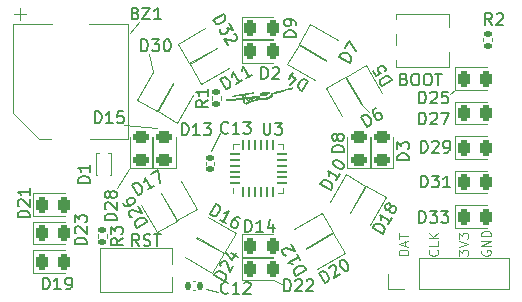
<source format=gto>
%TF.GenerationSoftware,KiCad,Pcbnew,6.0.5-a6ca702e91~116~ubuntu21.10.1*%
%TF.CreationDate,2022-05-21T13:53:59+10:00*%
%TF.ProjectId,FlarmDisplay,466c6172-6d44-4697-9370-6c61792e6b69,rev?*%
%TF.SameCoordinates,Original*%
%TF.FileFunction,Legend,Top*%
%TF.FilePolarity,Positive*%
%FSLAX46Y46*%
G04 Gerber Fmt 4.6, Leading zero omitted, Abs format (unit mm)*
G04 Created by KiCad (PCBNEW 6.0.5-a6ca702e91~116~ubuntu21.10.1) date 2022-05-21 13:53:59*
%MOMM*%
%LPD*%
G01*
G04 APERTURE LIST*
G04 Aperture macros list*
%AMRoundRect*
0 Rectangle with rounded corners*
0 $1 Rounding radius*
0 $2 $3 $4 $5 $6 $7 $8 $9 X,Y pos of 4 corners*
0 Add a 4 corners polygon primitive as box body*
4,1,4,$2,$3,$4,$5,$6,$7,$8,$9,$2,$3,0*
0 Add four circle primitives for the rounded corners*
1,1,$1+$1,$2,$3*
1,1,$1+$1,$4,$5*
1,1,$1+$1,$6,$7*
1,1,$1+$1,$8,$9*
0 Add four rect primitives between the rounded corners*
20,1,$1+$1,$2,$3,$4,$5,0*
20,1,$1+$1,$4,$5,$6,$7,0*
20,1,$1+$1,$6,$7,$8,$9,0*
20,1,$1+$1,$8,$9,$2,$3,0*%
G04 Aperture macros list end*
%ADD10C,0.004000*%
%ADD11C,0.120000*%
%ADD12C,0.150000*%
%ADD13RoundRect,0.140000X0.140000X0.170000X-0.140000X0.170000X-0.140000X-0.170000X0.140000X-0.170000X0*%
%ADD14R,1.100000X2.000000*%
%ADD15R,0.800000X0.800000*%
%ADD16RoundRect,0.243750X-0.243750X-0.456250X0.243750X-0.456250X0.243750X0.456250X-0.243750X0.456250X0*%
%ADD17RoundRect,0.243750X0.456250X-0.243750X0.456250X0.243750X-0.456250X0.243750X-0.456250X-0.243750X0*%
%ADD18RoundRect,0.243750X-0.516999X-0.017031X-0.273249X-0.439219X0.516999X0.017031X0.273249X0.439219X0*%
%ADD19RoundRect,0.243750X-0.273249X0.439219X-0.516999X0.017031X0.273249X-0.439219X0.516999X-0.017031X0*%
%ADD20RoundRect,0.243750X-0.017031X0.516999X-0.439219X0.273249X0.017031X-0.516999X0.439219X-0.273249X0*%
%ADD21RoundRect,0.243750X0.516999X0.017031X0.273249X0.439219X-0.516999X-0.017031X-0.273249X-0.439219X0*%
%ADD22RoundRect,0.243750X0.273249X-0.439219X0.516999X-0.017031X-0.273249X0.439219X-0.516999X0.017031X0*%
%ADD23R,1.700000X1.700000*%
%ADD24O,1.700000X1.700000*%
%ADD25RoundRect,0.135000X0.185000X-0.135000X0.185000X0.135000X-0.185000X0.135000X-0.185000X-0.135000X0*%
%ADD26RoundRect,0.243750X0.439219X0.273249X0.017031X0.516999X-0.439219X-0.273249X-0.017031X-0.516999X0*%
%ADD27RoundRect,0.243750X-0.439219X-0.273249X-0.017031X-0.516999X0.439219X0.273249X0.017031X0.516999X0*%
%ADD28RoundRect,0.243750X0.017031X-0.516999X0.439219X-0.273249X-0.017031X0.516999X-0.439219X0.273249X0*%
%ADD29RoundRect,0.062500X0.062500X-0.325000X0.062500X0.325000X-0.062500X0.325000X-0.062500X-0.325000X0*%
%ADD30RoundRect,0.062500X0.325000X-0.062500X0.325000X0.062500X-0.325000X0.062500X-0.325000X-0.062500X0*%
%ADD31R,2.450000X2.450000*%
%ADD32R,1.450000X1.000000*%
%ADD33R,1.300000X1.300000*%
%ADD34R,1.300000X2.000000*%
%ADD35RoundRect,0.140000X-0.170000X0.140000X-0.170000X-0.140000X0.170000X-0.140000X0.170000X0.140000X0*%
%ADD36RoundRect,0.135000X-0.185000X0.135000X-0.185000X-0.135000X0.185000X-0.135000X0.185000X0.135000X0*%
%ADD37R,2.200000X2.000000*%
G04 APERTURE END LIST*
D10*
G36*
X103991802Y-117332146D02*
G01*
X103992441Y-117332212D01*
X103993058Y-117332321D01*
X103993653Y-117332475D01*
X103994225Y-117332672D01*
X103994775Y-117332915D01*
X103995303Y-117333202D01*
X103995809Y-117333535D01*
X103996293Y-117333912D01*
X103996756Y-117334336D01*
X103997196Y-117334805D01*
X103997615Y-117335320D01*
X103998013Y-117335881D01*
X103998389Y-117336489D01*
X103998744Y-117337144D01*
X103999078Y-117337846D01*
X103999391Y-117338595D01*
X103999683Y-117339391D01*
X103999954Y-117340235D01*
X104000204Y-117341127D01*
X104000433Y-117342067D01*
X104000643Y-117343056D01*
X104000831Y-117344093D01*
X104001000Y-117345180D01*
X104001148Y-117346315D01*
X104001276Y-117347499D01*
X104001384Y-117348734D01*
X104001472Y-117350018D01*
X104001541Y-117351352D01*
X104001589Y-117352736D01*
X104001628Y-117355657D01*
X104001628Y-117379189D01*
X103819948Y-117430473D01*
X103543017Y-117508759D01*
X103142140Y-117619034D01*
X102461825Y-117804339D01*
X102312057Y-117844470D01*
X102265271Y-117856606D01*
X102246631Y-117860979D01*
X102245948Y-117860866D01*
X102245015Y-117860598D01*
X102243849Y-117860183D01*
X102242466Y-117859629D01*
X102240882Y-117858945D01*
X102239115Y-117858137D01*
X102235091Y-117856187D01*
X102230525Y-117853843D01*
X102225548Y-117851171D01*
X102220289Y-117848236D01*
X102214878Y-117845104D01*
X102209576Y-117841906D01*
X102204628Y-117838783D01*
X102200143Y-117835814D01*
X102196228Y-117833076D01*
X102192993Y-117830650D01*
X102190545Y-117828611D01*
X102189650Y-117827762D01*
X102188993Y-117827040D01*
X102188587Y-117826454D01*
X102188483Y-117826215D01*
X102188446Y-117826013D01*
X102189824Y-117825292D01*
X102193874Y-117823880D01*
X102209445Y-117819135D01*
X102266649Y-117803013D01*
X102351321Y-117780056D01*
X102454724Y-117752669D01*
X102814046Y-117657447D01*
X103162554Y-117563064D01*
X103493185Y-117471456D01*
X103798876Y-117384557D01*
X103870283Y-117364199D01*
X103930335Y-117347527D01*
X103972724Y-117336262D01*
X103985322Y-117333195D01*
X103991139Y-117332125D01*
X103991802Y-117332146D01*
G37*
X103991802Y-117332146D02*
X103992441Y-117332212D01*
X103993058Y-117332321D01*
X103993653Y-117332475D01*
X103994225Y-117332672D01*
X103994775Y-117332915D01*
X103995303Y-117333202D01*
X103995809Y-117333535D01*
X103996293Y-117333912D01*
X103996756Y-117334336D01*
X103997196Y-117334805D01*
X103997615Y-117335320D01*
X103998013Y-117335881D01*
X103998389Y-117336489D01*
X103998744Y-117337144D01*
X103999078Y-117337846D01*
X103999391Y-117338595D01*
X103999683Y-117339391D01*
X103999954Y-117340235D01*
X104000204Y-117341127D01*
X104000433Y-117342067D01*
X104000643Y-117343056D01*
X104000831Y-117344093D01*
X104001000Y-117345180D01*
X104001148Y-117346315D01*
X104001276Y-117347499D01*
X104001384Y-117348734D01*
X104001472Y-117350018D01*
X104001541Y-117351352D01*
X104001589Y-117352736D01*
X104001628Y-117355657D01*
X104001628Y-117379189D01*
X103819948Y-117430473D01*
X103543017Y-117508759D01*
X103142140Y-117619034D01*
X102461825Y-117804339D01*
X102312057Y-117844470D01*
X102265271Y-117856606D01*
X102246631Y-117860979D01*
X102245948Y-117860866D01*
X102245015Y-117860598D01*
X102243849Y-117860183D01*
X102242466Y-117859629D01*
X102240882Y-117858945D01*
X102239115Y-117858137D01*
X102235091Y-117856187D01*
X102230525Y-117853843D01*
X102225548Y-117851171D01*
X102220289Y-117848236D01*
X102214878Y-117845104D01*
X102209576Y-117841906D01*
X102204628Y-117838783D01*
X102200143Y-117835814D01*
X102196228Y-117833076D01*
X102192993Y-117830650D01*
X102190545Y-117828611D01*
X102189650Y-117827762D01*
X102188993Y-117827040D01*
X102188587Y-117826454D01*
X102188483Y-117826215D01*
X102188446Y-117826013D01*
X102189824Y-117825292D01*
X102193874Y-117823880D01*
X102209445Y-117819135D01*
X102266649Y-117803013D01*
X102351321Y-117780056D01*
X102454724Y-117752669D01*
X102814046Y-117657447D01*
X103162554Y-117563064D01*
X103493185Y-117471456D01*
X103798876Y-117384557D01*
X103870283Y-117364199D01*
X103930335Y-117347527D01*
X103972724Y-117336262D01*
X103985322Y-117333195D01*
X103991139Y-117332125D01*
X103991802Y-117332146D01*
G36*
X101304004Y-117816952D02*
G01*
X101310214Y-117811699D01*
X101316672Y-117806590D01*
X101323376Y-117801626D01*
X101330324Y-117796808D01*
X101337511Y-117792140D01*
X101344935Y-117787622D01*
X101352592Y-117783256D01*
X101360480Y-117779044D01*
X101376935Y-117771090D01*
X101394274Y-117763775D01*
X101412474Y-117757113D01*
X101431509Y-117751119D01*
X101451355Y-117745807D01*
X101471986Y-117741192D01*
X101493378Y-117737289D01*
X101510926Y-117734840D01*
X101530738Y-117732807D01*
X101576133Y-117729968D01*
X101627514Y-117728733D01*
X101682837Y-117729062D01*
X101740053Y-117730915D01*
X101797117Y-117734252D01*
X101851982Y-117739034D01*
X101902600Y-117745221D01*
X101931115Y-117749629D01*
X101955224Y-117753960D01*
X101974437Y-117758058D01*
X101982053Y-117759972D01*
X101988261Y-117761769D01*
X101992999Y-117763431D01*
X101996206Y-117764938D01*
X101997821Y-117766271D01*
X101998012Y-117766865D01*
X101997782Y-117767409D01*
X101997123Y-117767900D01*
X101996027Y-117768335D01*
X101992496Y-117769028D01*
X101987127Y-117769468D01*
X101979859Y-117769638D01*
X101974866Y-117769826D01*
X101969704Y-117770351D01*
X101964386Y-117771205D01*
X101958923Y-117772378D01*
X101947612Y-117775649D01*
X101935873Y-117780092D01*
X101923804Y-117785637D01*
X101911504Y-117792214D01*
X101899073Y-117799752D01*
X101886611Y-117808180D01*
X101874216Y-117817427D01*
X101861988Y-117827423D01*
X101850026Y-117838098D01*
X101838430Y-117849380D01*
X101827299Y-117861199D01*
X101816732Y-117873485D01*
X101806829Y-117886166D01*
X101797689Y-117899172D01*
X101773455Y-117935682D01*
X101538166Y-117962422D01*
X101356000Y-117983000D01*
X101261975Y-117992842D01*
X101238906Y-117994552D01*
X101226939Y-117994558D01*
X101223981Y-117994024D01*
X101222431Y-117993186D01*
X101221739Y-117990761D01*
X101221994Y-117987052D01*
X101222725Y-117982155D01*
X101223886Y-117976226D01*
X101225429Y-117969424D01*
X101229466Y-117953828D01*
X101234457Y-117936626D01*
X101240017Y-117919077D01*
X101245764Y-117902442D01*
X101251317Y-117887980D01*
X101253901Y-117881958D01*
X101256292Y-117876951D01*
X101259840Y-117870367D01*
X101263669Y-117863908D01*
X101267774Y-117857575D01*
X101272153Y-117851371D01*
X101276802Y-117845298D01*
X101281720Y-117839357D01*
X101286902Y-117833550D01*
X101292345Y-117827879D01*
X101293915Y-117826355D01*
X101367079Y-117826355D01*
X101367151Y-117829458D01*
X101367539Y-117832871D01*
X101368187Y-117836642D01*
X101368779Y-117839053D01*
X101369593Y-117841297D01*
X101370625Y-117843374D01*
X101371865Y-117845284D01*
X101373308Y-117847027D01*
X101374947Y-117848604D01*
X101376773Y-117850015D01*
X101378780Y-117851261D01*
X101380961Y-117852342D01*
X101383309Y-117853257D01*
X101385817Y-117854008D01*
X101388477Y-117854595D01*
X101391282Y-117855018D01*
X101394226Y-117855277D01*
X101397301Y-117855373D01*
X101400500Y-117855306D01*
X101403817Y-117855076D01*
X101407243Y-117854684D01*
X101410772Y-117854130D01*
X101414397Y-117853414D01*
X101418110Y-117852537D01*
X101421905Y-117851499D01*
X101425774Y-117850301D01*
X101429711Y-117848941D01*
X101433708Y-117847422D01*
X101437758Y-117845743D01*
X101441854Y-117843905D01*
X101445988Y-117841908D01*
X101450155Y-117839751D01*
X101454346Y-117837437D01*
X101458555Y-117834964D01*
X101462774Y-117832333D01*
X101469626Y-117827841D01*
X101476010Y-117823470D01*
X101481785Y-117819329D01*
X101486815Y-117815527D01*
X101490958Y-117812172D01*
X101492654Y-117810696D01*
X101494077Y-117809372D01*
X101495209Y-117808215D01*
X101496032Y-117807237D01*
X101496530Y-117806453D01*
X101496651Y-117806137D01*
X101496684Y-117805875D01*
X101496651Y-117805626D01*
X101496574Y-117805347D01*
X101496455Y-117805041D01*
X101496294Y-117804709D01*
X101496094Y-117804351D01*
X101495854Y-117803969D01*
X101495263Y-117803136D01*
X101494529Y-117802218D01*
X101493661Y-117801224D01*
X101492668Y-117800164D01*
X101491558Y-117799045D01*
X101490341Y-117797875D01*
X101489025Y-117796665D01*
X101487619Y-117795422D01*
X101486132Y-117794155D01*
X101484572Y-117792873D01*
X101482949Y-117791584D01*
X101481271Y-117790297D01*
X101479546Y-117789020D01*
X101476657Y-117786952D01*
X101474016Y-117785166D01*
X101472766Y-117784381D01*
X101471550Y-117783667D01*
X101470358Y-117783026D01*
X101469182Y-117782459D01*
X101468013Y-117781965D01*
X101466841Y-117781545D01*
X101465657Y-117781199D01*
X101464451Y-117780929D01*
X101463215Y-117780734D01*
X101461938Y-117780615D01*
X101460613Y-117780572D01*
X101459229Y-117780607D01*
X101457777Y-117780719D01*
X101456248Y-117780909D01*
X101454633Y-117781177D01*
X101452922Y-117781524D01*
X101451106Y-117781950D01*
X101449176Y-117782456D01*
X101447123Y-117783043D01*
X101444937Y-117783710D01*
X101440130Y-117785288D01*
X101434681Y-117787196D01*
X101428515Y-117789436D01*
X101421560Y-117792012D01*
X101403916Y-117798715D01*
X101396649Y-117801630D01*
X101390340Y-117804317D01*
X101384932Y-117806827D01*
X101380365Y-117809208D01*
X101376582Y-117811509D01*
X101373525Y-117813778D01*
X101372250Y-117814916D01*
X101371134Y-117816064D01*
X101370171Y-117817229D01*
X101369353Y-117818417D01*
X101368672Y-117819633D01*
X101368122Y-117820883D01*
X101367695Y-117822175D01*
X101367384Y-117823513D01*
X101367079Y-117826355D01*
X101293915Y-117826355D01*
X101298047Y-117822345D01*
X101304004Y-117816952D01*
G37*
X101304004Y-117816952D02*
X101310214Y-117811699D01*
X101316672Y-117806590D01*
X101323376Y-117801626D01*
X101330324Y-117796808D01*
X101337511Y-117792140D01*
X101344935Y-117787622D01*
X101352592Y-117783256D01*
X101360480Y-117779044D01*
X101376935Y-117771090D01*
X101394274Y-117763775D01*
X101412474Y-117757113D01*
X101431509Y-117751119D01*
X101451355Y-117745807D01*
X101471986Y-117741192D01*
X101493378Y-117737289D01*
X101510926Y-117734840D01*
X101530738Y-117732807D01*
X101576133Y-117729968D01*
X101627514Y-117728733D01*
X101682837Y-117729062D01*
X101740053Y-117730915D01*
X101797117Y-117734252D01*
X101851982Y-117739034D01*
X101902600Y-117745221D01*
X101931115Y-117749629D01*
X101955224Y-117753960D01*
X101974437Y-117758058D01*
X101982053Y-117759972D01*
X101988261Y-117761769D01*
X101992999Y-117763431D01*
X101996206Y-117764938D01*
X101997821Y-117766271D01*
X101998012Y-117766865D01*
X101997782Y-117767409D01*
X101997123Y-117767900D01*
X101996027Y-117768335D01*
X101992496Y-117769028D01*
X101987127Y-117769468D01*
X101979859Y-117769638D01*
X101974866Y-117769826D01*
X101969704Y-117770351D01*
X101964386Y-117771205D01*
X101958923Y-117772378D01*
X101947612Y-117775649D01*
X101935873Y-117780092D01*
X101923804Y-117785637D01*
X101911504Y-117792214D01*
X101899073Y-117799752D01*
X101886611Y-117808180D01*
X101874216Y-117817427D01*
X101861988Y-117827423D01*
X101850026Y-117838098D01*
X101838430Y-117849380D01*
X101827299Y-117861199D01*
X101816732Y-117873485D01*
X101806829Y-117886166D01*
X101797689Y-117899172D01*
X101773455Y-117935682D01*
X101538166Y-117962422D01*
X101356000Y-117983000D01*
X101261975Y-117992842D01*
X101238906Y-117994552D01*
X101226939Y-117994558D01*
X101223981Y-117994024D01*
X101222431Y-117993186D01*
X101221739Y-117990761D01*
X101221994Y-117987052D01*
X101222725Y-117982155D01*
X101223886Y-117976226D01*
X101225429Y-117969424D01*
X101229466Y-117953828D01*
X101234457Y-117936626D01*
X101240017Y-117919077D01*
X101245764Y-117902442D01*
X101251317Y-117887980D01*
X101253901Y-117881958D01*
X101256292Y-117876951D01*
X101259840Y-117870367D01*
X101263669Y-117863908D01*
X101267774Y-117857575D01*
X101272153Y-117851371D01*
X101276802Y-117845298D01*
X101281720Y-117839357D01*
X101286902Y-117833550D01*
X101292345Y-117827879D01*
X101293915Y-117826355D01*
X101367079Y-117826355D01*
X101367151Y-117829458D01*
X101367539Y-117832871D01*
X101368187Y-117836642D01*
X101368779Y-117839053D01*
X101369593Y-117841297D01*
X101370625Y-117843374D01*
X101371865Y-117845284D01*
X101373308Y-117847027D01*
X101374947Y-117848604D01*
X101376773Y-117850015D01*
X101378780Y-117851261D01*
X101380961Y-117852342D01*
X101383309Y-117853257D01*
X101385817Y-117854008D01*
X101388477Y-117854595D01*
X101391282Y-117855018D01*
X101394226Y-117855277D01*
X101397301Y-117855373D01*
X101400500Y-117855306D01*
X101403817Y-117855076D01*
X101407243Y-117854684D01*
X101410772Y-117854130D01*
X101414397Y-117853414D01*
X101418110Y-117852537D01*
X101421905Y-117851499D01*
X101425774Y-117850301D01*
X101429711Y-117848941D01*
X101433708Y-117847422D01*
X101437758Y-117845743D01*
X101441854Y-117843905D01*
X101445988Y-117841908D01*
X101450155Y-117839751D01*
X101454346Y-117837437D01*
X101458555Y-117834964D01*
X101462774Y-117832333D01*
X101469626Y-117827841D01*
X101476010Y-117823470D01*
X101481785Y-117819329D01*
X101486815Y-117815527D01*
X101490958Y-117812172D01*
X101492654Y-117810696D01*
X101494077Y-117809372D01*
X101495209Y-117808215D01*
X101496032Y-117807237D01*
X101496530Y-117806453D01*
X101496651Y-117806137D01*
X101496684Y-117805875D01*
X101496651Y-117805626D01*
X101496574Y-117805347D01*
X101496455Y-117805041D01*
X101496294Y-117804709D01*
X101496094Y-117804351D01*
X101495854Y-117803969D01*
X101495263Y-117803136D01*
X101494529Y-117802218D01*
X101493661Y-117801224D01*
X101492668Y-117800164D01*
X101491558Y-117799045D01*
X101490341Y-117797875D01*
X101489025Y-117796665D01*
X101487619Y-117795422D01*
X101486132Y-117794155D01*
X101484572Y-117792873D01*
X101482949Y-117791584D01*
X101481271Y-117790297D01*
X101479546Y-117789020D01*
X101476657Y-117786952D01*
X101474016Y-117785166D01*
X101472766Y-117784381D01*
X101471550Y-117783667D01*
X101470358Y-117783026D01*
X101469182Y-117782459D01*
X101468013Y-117781965D01*
X101466841Y-117781545D01*
X101465657Y-117781199D01*
X101464451Y-117780929D01*
X101463215Y-117780734D01*
X101461938Y-117780615D01*
X101460613Y-117780572D01*
X101459229Y-117780607D01*
X101457777Y-117780719D01*
X101456248Y-117780909D01*
X101454633Y-117781177D01*
X101452922Y-117781524D01*
X101451106Y-117781950D01*
X101449176Y-117782456D01*
X101447123Y-117783043D01*
X101444937Y-117783710D01*
X101440130Y-117785288D01*
X101434681Y-117787196D01*
X101428515Y-117789436D01*
X101421560Y-117792012D01*
X101403916Y-117798715D01*
X101396649Y-117801630D01*
X101390340Y-117804317D01*
X101384932Y-117806827D01*
X101380365Y-117809208D01*
X101376582Y-117811509D01*
X101373525Y-117813778D01*
X101372250Y-117814916D01*
X101371134Y-117816064D01*
X101370171Y-117817229D01*
X101369353Y-117818417D01*
X101368672Y-117819633D01*
X101368122Y-117820883D01*
X101367695Y-117822175D01*
X101367384Y-117823513D01*
X101367079Y-117826355D01*
X101293915Y-117826355D01*
X101298047Y-117822345D01*
X101304004Y-117816952D01*
G36*
X99775353Y-118324773D02*
G01*
X99764940Y-118293130D01*
X99764048Y-118292992D01*
X99761825Y-118293003D01*
X99753666Y-118293446D01*
X99741016Y-118294409D01*
X99724430Y-118295842D01*
X99681666Y-118299921D01*
X99629809Y-118305282D01*
X99474629Y-118320637D01*
X99288517Y-118337572D01*
X98928684Y-118369478D01*
X98771808Y-118383402D01*
X98607656Y-118397433D01*
X98478220Y-118408640D01*
X98431183Y-118413016D01*
X98404809Y-118415772D01*
X98371295Y-118420004D01*
X98371295Y-118381291D01*
X98371435Y-118371398D01*
X98371615Y-118367021D01*
X98371873Y-118363007D01*
X98372212Y-118359342D01*
X98372636Y-118356014D01*
X98373147Y-118353009D01*
X98373749Y-118350315D01*
X98374446Y-118347918D01*
X98375240Y-118345805D01*
X98376136Y-118343964D01*
X98377135Y-118342382D01*
X98378243Y-118341045D01*
X98379461Y-118339941D01*
X98380793Y-118339056D01*
X98382244Y-118338377D01*
X98384098Y-118337893D01*
X98387352Y-118337311D01*
X98397740Y-118335887D01*
X98412778Y-118334167D01*
X98431838Y-118332212D01*
X98479504Y-118327848D01*
X98535702Y-118323290D01*
X99057111Y-118280901D01*
X99281097Y-118261062D01*
X99436684Y-118245899D01*
X99608203Y-118227216D01*
X99661964Y-118220969D01*
X99698703Y-118216160D01*
X99721650Y-118212320D01*
X99734040Y-118208982D01*
X99737285Y-118207355D01*
X99739103Y-118205677D01*
X99739898Y-118203891D01*
X99740073Y-118201937D01*
X99739353Y-118196612D01*
X99737313Y-118187250D01*
X99729975Y-118158782D01*
X99719474Y-118121272D01*
X99707226Y-118079459D01*
X99694643Y-118038083D01*
X99683142Y-118001882D01*
X99674136Y-117975596D01*
X99671011Y-117967652D01*
X99669040Y-117963963D01*
X99659552Y-117963711D01*
X99635789Y-117966199D01*
X99553229Y-117978044D01*
X99302532Y-118019693D01*
X99041644Y-118067185D01*
X98946346Y-118086332D01*
X98895261Y-118098792D01*
X98894624Y-118098990D01*
X98894061Y-118099121D01*
X98893571Y-118099185D01*
X98893152Y-118099183D01*
X98892970Y-118099158D01*
X98892806Y-118099117D01*
X98892659Y-118099060D01*
X98892530Y-118098987D01*
X98892419Y-118098899D01*
X98892325Y-118098796D01*
X98892249Y-118098677D01*
X98892190Y-118098542D01*
X98892148Y-118098393D01*
X98892123Y-118098229D01*
X98892125Y-118097856D01*
X98892195Y-118097426D01*
X98892332Y-118096938D01*
X98892536Y-118096395D01*
X98892806Y-118095796D01*
X98893141Y-118095144D01*
X98893540Y-118094439D01*
X98894004Y-118093682D01*
X98894531Y-118092875D01*
X98895121Y-118092018D01*
X98895773Y-118091113D01*
X98896486Y-118090160D01*
X98897260Y-118089161D01*
X98898989Y-118087029D01*
X98900954Y-118084724D01*
X98903149Y-118082255D01*
X98905570Y-118079631D01*
X98908212Y-118076861D01*
X98912654Y-118072338D01*
X98914774Y-118070261D01*
X98916865Y-118068295D01*
X98918959Y-118066427D01*
X98921085Y-118064649D01*
X98923273Y-118062950D01*
X98925554Y-118061320D01*
X98927958Y-118059748D01*
X98930515Y-118058225D01*
X98933255Y-118056739D01*
X98936208Y-118055281D01*
X98939404Y-118053840D01*
X98942873Y-118052406D01*
X98946645Y-118050970D01*
X98950751Y-118049519D01*
X98955220Y-118048045D01*
X98960083Y-118046538D01*
X98965370Y-118044986D01*
X98971111Y-118043379D01*
X98984074Y-118039962D01*
X98999214Y-118036203D01*
X99016771Y-118032022D01*
X99036986Y-118027335D01*
X99086354Y-118016117D01*
X99275237Y-117974931D01*
X99418385Y-117945778D01*
X99788195Y-117945778D01*
X99788297Y-117949218D01*
X99788663Y-117953323D01*
X99789296Y-117958109D01*
X99790200Y-117963594D01*
X99791377Y-117969792D01*
X99792830Y-117976722D01*
X99794562Y-117984398D01*
X99796576Y-117992838D01*
X99798875Y-118002059D01*
X99801462Y-118012075D01*
X99804340Y-118022905D01*
X99807511Y-118034564D01*
X99834997Y-118134180D01*
X99843541Y-118163770D01*
X99849663Y-118182809D01*
X99852062Y-118189058D01*
X99854148Y-118193493D01*
X99856022Y-118196388D01*
X99857780Y-118198018D01*
X99859520Y-118198657D01*
X99861341Y-118198579D01*
X99865616Y-118197374D01*
X99869509Y-118196531D01*
X99875992Y-118195414D01*
X99884718Y-118194069D01*
X99895343Y-118192546D01*
X99920903Y-118189155D01*
X99949907Y-118185627D01*
X99964371Y-118183847D01*
X99977770Y-118182008D01*
X99989817Y-118180163D01*
X100000225Y-118178366D01*
X100008709Y-118176670D01*
X100014981Y-118175127D01*
X100017198Y-118174430D01*
X100018755Y-118173791D01*
X100019617Y-118173217D01*
X100019775Y-118172956D01*
X100019746Y-118172714D01*
X99870218Y-117926203D01*
X99869791Y-117925909D01*
X99868999Y-117925694D01*
X99866410Y-117925486D01*
X99862639Y-117925551D01*
X99857869Y-117925859D01*
X99846079Y-117927096D01*
X99832526Y-117928971D01*
X99818694Y-117931259D01*
X99806067Y-117933733D01*
X99800671Y-117934970D01*
X99796132Y-117936168D01*
X99792638Y-117937301D01*
X99790373Y-117938339D01*
X99789878Y-117938737D01*
X99789446Y-117939283D01*
X99789078Y-117939979D01*
X99788772Y-117940827D01*
X99788531Y-117941829D01*
X99788354Y-117942986D01*
X99788242Y-117944302D01*
X99788195Y-117945778D01*
X99418385Y-117945778D01*
X99469167Y-117935436D01*
X99663666Y-117898396D01*
X99854257Y-117864577D01*
X100036460Y-117834743D01*
X100205797Y-117809659D01*
X100357791Y-117790089D01*
X100487962Y-117776798D01*
X100558272Y-117770717D01*
X100603469Y-117766507D01*
X100610201Y-117765882D01*
X100615653Y-117765570D01*
X100617894Y-117765534D01*
X100619808Y-117765580D01*
X100621394Y-117765709D01*
X100622649Y-117765922D01*
X100623571Y-117766221D01*
X100624159Y-117766607D01*
X100624326Y-117766833D01*
X100624409Y-117767081D01*
X100624407Y-117767352D01*
X100624319Y-117767645D01*
X100623889Y-117768300D01*
X100623114Y-117769047D01*
X100621994Y-117769887D01*
X100620525Y-117770823D01*
X100618706Y-117771854D01*
X100616536Y-117772982D01*
X100611128Y-117775537D01*
X100604285Y-117778496D01*
X100595989Y-117781871D01*
X100586224Y-117785671D01*
X100574971Y-117789907D01*
X100562213Y-117794590D01*
X100547934Y-117799730D01*
X100536908Y-117803544D01*
X100525539Y-117807211D01*
X100513574Y-117810780D01*
X100500761Y-117814303D01*
X100486845Y-117817830D01*
X100471576Y-117821410D01*
X100435962Y-117828934D01*
X100391896Y-117837278D01*
X100337356Y-117846844D01*
X100270318Y-117858036D01*
X100188759Y-117871256D01*
X99984087Y-117904817D01*
X99921176Y-117915675D01*
X99897300Y-117920435D01*
X99897223Y-117920689D01*
X99897281Y-117921158D01*
X99897794Y-117922713D01*
X99898812Y-117925054D01*
X99900311Y-117928139D01*
X99904650Y-117936358D01*
X99910608Y-117947016D01*
X99917984Y-117959757D01*
X99926575Y-117974227D01*
X99936179Y-117990072D01*
X99946593Y-118006936D01*
X99990501Y-118077880D01*
X100022858Y-118130966D01*
X100025645Y-118135535D01*
X100028404Y-118139872D01*
X100031127Y-118143970D01*
X100033807Y-118147820D01*
X100036436Y-118151413D01*
X100039005Y-118154741D01*
X100041508Y-118157795D01*
X100043936Y-118160566D01*
X100046281Y-118163047D01*
X100048536Y-118165227D01*
X100050693Y-118167100D01*
X100052744Y-118168655D01*
X100054681Y-118169885D01*
X100056496Y-118170781D01*
X100058182Y-118171334D01*
X100058974Y-118171479D01*
X100059731Y-118171536D01*
X100135491Y-118163245D01*
X100306831Y-118142485D01*
X100720795Y-118090095D01*
X100840673Y-118073684D01*
X100957313Y-118056521D01*
X101054932Y-118041015D01*
X101117746Y-118029571D01*
X101128990Y-118027243D01*
X101133674Y-118026378D01*
X101137811Y-118025727D01*
X101141460Y-118025302D01*
X101144680Y-118025112D01*
X101147530Y-118025170D01*
X101148835Y-118025295D01*
X101150069Y-118025485D01*
X101151240Y-118025743D01*
X101152356Y-118026070D01*
X101153423Y-118026467D01*
X101154449Y-118026935D01*
X101155442Y-118027476D01*
X101156408Y-118028091D01*
X101158292Y-118029549D01*
X101160159Y-118031320D01*
X101162069Y-118033415D01*
X101164079Y-118035845D01*
X101166250Y-118038621D01*
X101169380Y-118042813D01*
X101172049Y-118046673D01*
X101174251Y-118050225D01*
X101175176Y-118051893D01*
X101175983Y-118053495D01*
X101176671Y-118055032D01*
X101177239Y-118056509D01*
X101177687Y-118057927D01*
X101178014Y-118059291D01*
X101178220Y-118060604D01*
X101178304Y-118061868D01*
X101178265Y-118063088D01*
X101178102Y-118064265D01*
X101177816Y-118065404D01*
X101177406Y-118066508D01*
X101176870Y-118067579D01*
X101176208Y-118068621D01*
X101175421Y-118069637D01*
X101174506Y-118070631D01*
X101173463Y-118071605D01*
X101172293Y-118072562D01*
X101170994Y-118073506D01*
X101169565Y-118074440D01*
X101168006Y-118075368D01*
X101166316Y-118076291D01*
X101162543Y-118078141D01*
X101158239Y-118080013D01*
X101154209Y-118081780D01*
X101152371Y-118082669D01*
X101150650Y-118083571D01*
X101149045Y-118084489D01*
X101147553Y-118085432D01*
X101146174Y-118086403D01*
X101144906Y-118087408D01*
X101143747Y-118088454D01*
X101142697Y-118089546D01*
X101141753Y-118090690D01*
X101140914Y-118091891D01*
X101140180Y-118093154D01*
X101139548Y-118094487D01*
X101139017Y-118095894D01*
X101138586Y-118097381D01*
X101138253Y-118098954D01*
X101138016Y-118100618D01*
X101137876Y-118102379D01*
X101137829Y-118104244D01*
X101137874Y-118106216D01*
X101138011Y-118108303D01*
X101138238Y-118110510D01*
X101138553Y-118112842D01*
X101138954Y-118115305D01*
X101139441Y-118117906D01*
X101140666Y-118123540D01*
X101142216Y-118129790D01*
X101144079Y-118136701D01*
X101146535Y-118144620D01*
X101149516Y-118152646D01*
X101152989Y-118160734D01*
X101156918Y-118168834D01*
X101161269Y-118176900D01*
X101166006Y-118184883D01*
X101171095Y-118192736D01*
X101176500Y-118200412D01*
X101182186Y-118207862D01*
X101188119Y-118215038D01*
X101194264Y-118221894D01*
X101200585Y-118228381D01*
X101207048Y-118234452D01*
X101213617Y-118240059D01*
X101220258Y-118245155D01*
X101226936Y-118249691D01*
X101239003Y-118257437D01*
X101241619Y-118259031D01*
X101244166Y-118260492D01*
X101246691Y-118261819D01*
X101249240Y-118263015D01*
X101251857Y-118264080D01*
X101254591Y-118265016D01*
X101257485Y-118265824D01*
X101260587Y-118266505D01*
X101263942Y-118267061D01*
X101267596Y-118267493D01*
X101271596Y-118267803D01*
X101275986Y-118267990D01*
X101280814Y-118268058D01*
X101286125Y-118268006D01*
X101291965Y-118267837D01*
X101298380Y-118267551D01*
X101313118Y-118266635D01*
X101330708Y-118265269D01*
X101351516Y-118263462D01*
X101375912Y-118261225D01*
X101436934Y-118255501D01*
X101495676Y-118248772D01*
X101555553Y-118239604D01*
X101615158Y-118228340D01*
X101673086Y-118215321D01*
X101727929Y-118200891D01*
X101778280Y-118185392D01*
X101801332Y-118177348D01*
X101822734Y-118169166D01*
X101842310Y-118160887D01*
X101859883Y-118152555D01*
X101882687Y-118140015D01*
X101917616Y-118119557D01*
X102010740Y-118062976D01*
X102113030Y-117998992D01*
X102159417Y-117969281D01*
X102198261Y-117943786D01*
X102261088Y-117901793D01*
X102256737Y-117938531D01*
X102255308Y-117948624D01*
X102253421Y-117958643D01*
X102251076Y-117968587D01*
X102248275Y-117978455D01*
X102245017Y-117988248D01*
X102241304Y-117997963D01*
X102237137Y-118007600D01*
X102232515Y-118017159D01*
X102227440Y-118026639D01*
X102221912Y-118036039D01*
X102215933Y-118045358D01*
X102209502Y-118054596D01*
X102195288Y-118072825D01*
X102179278Y-118090720D01*
X102161476Y-118108276D01*
X102141888Y-118125486D01*
X102120519Y-118142346D01*
X102097375Y-118158848D01*
X102072462Y-118174989D01*
X102045783Y-118190761D01*
X102017346Y-118206159D01*
X101987156Y-118221177D01*
X101963872Y-118231837D01*
X101940200Y-118241721D01*
X101915868Y-118250882D01*
X101890604Y-118259368D01*
X101864136Y-118267230D01*
X101836191Y-118274519D01*
X101806500Y-118281285D01*
X101774788Y-118287578D01*
X101740786Y-118293449D01*
X101704219Y-118298948D01*
X101664818Y-118304125D01*
X101622310Y-118309030D01*
X101576422Y-118313715D01*
X101526884Y-118318228D01*
X101415767Y-118326945D01*
X101278995Y-118337224D01*
X101165511Y-118347018D01*
X101069752Y-118357192D01*
X100986157Y-118368609D01*
X100909164Y-118382133D01*
X100833210Y-118398628D01*
X100752733Y-118418957D01*
X100662170Y-118443986D01*
X100575503Y-118469647D01*
X100497689Y-118495035D01*
X100427571Y-118520666D01*
X100395037Y-118533733D01*
X100363991Y-118547052D01*
X100334291Y-118560689D01*
X100305791Y-118574708D01*
X100278347Y-118589172D01*
X100251813Y-118604147D01*
X100226045Y-118619696D01*
X100200898Y-118635883D01*
X100176228Y-118652774D01*
X100151889Y-118670431D01*
X100132145Y-118684991D01*
X100115586Y-118696894D01*
X100109044Y-118701465D01*
X100103950Y-118704912D01*
X100100520Y-118707081D01*
X100099497Y-118707639D01*
X100098972Y-118707820D01*
X100098802Y-118707781D01*
X100098560Y-118707681D01*
X100097869Y-118707304D01*
X100096915Y-118706698D01*
X100095715Y-118705878D01*
X100092637Y-118703643D01*
X100088763Y-118700695D01*
X100084222Y-118697135D01*
X100079139Y-118693060D01*
X100073643Y-118688569D01*
X100067862Y-118683761D01*
X100063179Y-118679904D01*
X100058747Y-118676439D01*
X100054451Y-118673329D01*
X100050175Y-118670537D01*
X100048009Y-118669248D01*
X100045805Y-118668024D01*
X100043548Y-118666861D01*
X100041225Y-118665753D01*
X100038820Y-118664697D01*
X100036319Y-118663687D01*
X100033708Y-118662719D01*
X100030972Y-118661788D01*
X100025070Y-118660018D01*
X100018497Y-118658339D01*
X100011136Y-118656715D01*
X100002874Y-118655107D01*
X99993595Y-118653478D01*
X99983183Y-118651790D01*
X99958501Y-118648087D01*
X99942103Y-118645557D01*
X99926501Y-118642869D01*
X99912057Y-118640107D01*
X99899135Y-118637352D01*
X99888098Y-118634686D01*
X99879309Y-118632192D01*
X99875872Y-118631035D01*
X99873132Y-118629952D01*
X99871137Y-118628953D01*
X99869930Y-118628048D01*
X99869061Y-118626911D01*
X99868053Y-118625232D01*
X99866921Y-118623043D01*
X99865675Y-118620377D01*
X99864327Y-118617269D01*
X99862890Y-118613750D01*
X99859798Y-118605616D01*
X99856495Y-118596241D01*
X99853077Y-118585889D01*
X99849643Y-118574826D01*
X99846288Y-118563319D01*
X99824092Y-118486659D01*
X99810453Y-118440848D01*
X99851510Y-118440848D01*
X99856128Y-118473861D01*
X99859203Y-118492890D01*
X99863022Y-118511702D01*
X99867447Y-118529848D01*
X99872337Y-118546882D01*
X99877554Y-118562356D01*
X99880242Y-118569368D01*
X99882960Y-118575823D01*
X99885689Y-118581664D01*
X99888414Y-118586836D01*
X99891115Y-118591282D01*
X99893777Y-118594947D01*
X99895379Y-118596776D01*
X99897194Y-118598573D01*
X99899216Y-118600339D01*
X99901439Y-118602069D01*
X99906465Y-118605421D01*
X99912223Y-118608614D01*
X99918666Y-118611638D01*
X99925746Y-118614477D01*
X99933415Y-118617120D01*
X99941625Y-118619552D01*
X99950327Y-118621762D01*
X99959475Y-118623734D01*
X99969020Y-118625458D01*
X99978914Y-118626918D01*
X99989110Y-118628103D01*
X99999558Y-118628999D01*
X100010212Y-118629592D01*
X100021024Y-118629871D01*
X100034272Y-118629849D01*
X100040060Y-118629678D01*
X100045380Y-118629375D01*
X100050299Y-118628922D01*
X100054885Y-118628300D01*
X100059203Y-118627491D01*
X100063321Y-118626475D01*
X100067306Y-118625234D01*
X100071225Y-118623750D01*
X100075144Y-118622004D01*
X100079132Y-118619977D01*
X100083253Y-118617650D01*
X100087577Y-118615005D01*
X100092168Y-118612024D01*
X100097096Y-118608687D01*
X100097095Y-118608687D01*
X100106880Y-118602342D01*
X100119080Y-118595072D01*
X100149647Y-118578271D01*
X100186643Y-118559308D01*
X100227916Y-118539208D01*
X100271312Y-118518997D01*
X100314679Y-118499700D01*
X100355863Y-118482340D01*
X100392712Y-118467944D01*
X100453065Y-118447472D01*
X100530025Y-118424092D01*
X100616882Y-118399540D01*
X100706927Y-118375552D01*
X100793451Y-118353863D01*
X100869744Y-118336208D01*
X100929097Y-118324325D01*
X100950324Y-118321090D01*
X100964800Y-118319948D01*
X100970712Y-118319848D01*
X100975834Y-118319570D01*
X100978098Y-118319360D01*
X100980164Y-118319101D01*
X100982032Y-118318793D01*
X100983702Y-118318433D01*
X100985174Y-118318021D01*
X100986448Y-118317554D01*
X100987525Y-118317033D01*
X100988403Y-118316455D01*
X100989083Y-118315820D01*
X100989565Y-118315125D01*
X100989850Y-118314370D01*
X100989936Y-118313553D01*
X100989824Y-118312674D01*
X100989513Y-118311730D01*
X100989005Y-118310721D01*
X100988299Y-118309645D01*
X100987394Y-118308501D01*
X100986291Y-118307287D01*
X100984990Y-118306003D01*
X100983491Y-118304647D01*
X100981793Y-118303217D01*
X100979897Y-118301713D01*
X100975511Y-118298477D01*
X100970331Y-118294926D01*
X100964357Y-118291052D01*
X100960341Y-118288426D01*
X100956469Y-118285733D01*
X100952741Y-118282972D01*
X100949156Y-118280144D01*
X100945715Y-118277246D01*
X100942416Y-118274278D01*
X100939260Y-118271241D01*
X100936245Y-118268132D01*
X100933373Y-118264951D01*
X100930642Y-118261699D01*
X100928053Y-118258373D01*
X100925604Y-118254973D01*
X100923296Y-118251499D01*
X100921127Y-118247951D01*
X100919099Y-118244326D01*
X100917210Y-118240625D01*
X100915461Y-118236847D01*
X100913850Y-118232991D01*
X100912378Y-118229056D01*
X100911044Y-118225043D01*
X100909848Y-118220950D01*
X100908789Y-118216776D01*
X100907868Y-118212521D01*
X100907084Y-118208185D01*
X100906436Y-118203766D01*
X100905924Y-118199264D01*
X100905549Y-118194677D01*
X100905308Y-118190007D01*
X100905204Y-118185251D01*
X100905234Y-118180410D01*
X100905697Y-118170466D01*
X100906574Y-118157528D01*
X100906855Y-118152247D01*
X100907014Y-118147697D01*
X100907034Y-118143834D01*
X100906903Y-118140613D01*
X100906606Y-118137988D01*
X100906129Y-118135915D01*
X100905818Y-118135070D01*
X100905457Y-118134347D01*
X100905043Y-118133740D01*
X100904576Y-118133242D01*
X100904053Y-118132848D01*
X100903472Y-118132552D01*
X100902832Y-118132349D01*
X100902131Y-118132234D01*
X100900539Y-118132242D01*
X100898681Y-118132530D01*
X100896543Y-118133055D01*
X100894111Y-118133771D01*
X100868521Y-118143578D01*
X100821717Y-118163278D01*
X100685701Y-118222911D01*
X100528540Y-118293763D01*
X100392712Y-118356930D01*
X100357254Y-118373675D01*
X100324430Y-118388794D01*
X100294664Y-118402110D01*
X100268379Y-118413443D01*
X100245997Y-118422615D01*
X100227944Y-118429447D01*
X100214641Y-118433762D01*
X100209903Y-118434920D01*
X100206512Y-118435382D01*
X100202378Y-118435494D01*
X100200463Y-118435483D01*
X100198631Y-118435408D01*
X100196869Y-118435254D01*
X100195164Y-118435006D01*
X100193502Y-118434648D01*
X100191870Y-118434166D01*
X100190254Y-118433545D01*
X100188640Y-118432769D01*
X100187017Y-118431824D01*
X100185369Y-118430695D01*
X100183684Y-118429367D01*
X100181948Y-118427825D01*
X100180147Y-118426053D01*
X100178269Y-118424038D01*
X100176300Y-118421763D01*
X100174226Y-118419214D01*
X100172033Y-118416376D01*
X100169710Y-118413234D01*
X100167241Y-118409773D01*
X100164614Y-118405978D01*
X100158832Y-118397326D01*
X100152255Y-118387158D01*
X100144775Y-118375354D01*
X100126680Y-118346361D01*
X100109019Y-118318100D01*
X100095137Y-118296462D01*
X100089373Y-118287853D01*
X100084267Y-118280571D01*
X100079722Y-118274506D01*
X100075643Y-118269550D01*
X100071934Y-118265591D01*
X100068500Y-118262521D01*
X100065244Y-118260230D01*
X100063333Y-118259253D01*
X100105843Y-118259253D01*
X100106408Y-118261325D01*
X100109235Y-118266239D01*
X100115380Y-118275905D01*
X100124999Y-118291240D01*
X100149391Y-118330486D01*
X100162129Y-118350850D01*
X100172792Y-118367307D01*
X100181681Y-118380223D01*
X100185555Y-118385469D01*
X100189099Y-118389968D01*
X100192349Y-118393765D01*
X100195344Y-118396907D01*
X100198121Y-118399439D01*
X100200719Y-118401409D01*
X100203174Y-118402860D01*
X100205524Y-118403840D01*
X100207807Y-118404394D01*
X100210060Y-118404569D01*
X100211940Y-118404107D01*
X100215620Y-118402753D01*
X100227988Y-118397550D01*
X100246378Y-118389323D01*
X100270007Y-118378437D01*
X100329846Y-118350152D01*
X100401230Y-118315611D01*
X100401231Y-118315611D01*
X100547075Y-118244594D01*
X100642173Y-118198772D01*
X100653966Y-118193127D01*
X100664868Y-118187777D01*
X100674649Y-118182844D01*
X100683076Y-118178451D01*
X100689917Y-118174722D01*
X100694943Y-118171779D01*
X100697920Y-118169746D01*
X100698568Y-118169110D01*
X100698669Y-118168893D01*
X100698618Y-118168747D01*
X100697556Y-118168647D01*
X100694944Y-118168784D01*
X100685392Y-118169722D01*
X100670610Y-118171476D01*
X100651243Y-118173962D01*
X100601347Y-118180785D01*
X100540878Y-118189510D01*
X100389240Y-118211412D01*
X100242636Y-118231900D01*
X100160590Y-118243347D01*
X100135557Y-118247373D01*
X100126370Y-118249133D01*
X100119148Y-118250790D01*
X100113701Y-118252394D01*
X100109838Y-118253993D01*
X100107368Y-118255637D01*
X100106100Y-118257374D01*
X100105843Y-118259253D01*
X100063333Y-118259253D01*
X100062071Y-118258609D01*
X100058886Y-118257547D01*
X100055592Y-118256936D01*
X100052094Y-118256665D01*
X100048295Y-118256626D01*
X100033308Y-118257511D01*
X100010661Y-118259710D01*
X99954062Y-118266516D01*
X99925947Y-118270357D01*
X99901845Y-118273981D01*
X99884676Y-118277004D01*
X99879602Y-118278171D01*
X99877357Y-118279044D01*
X99877242Y-118279265D01*
X99877173Y-118279646D01*
X99877171Y-118280873D01*
X99877344Y-118282692D01*
X99877683Y-118285070D01*
X99878833Y-118291365D01*
X99880560Y-118299489D01*
X99882804Y-118309170D01*
X99885505Y-118320140D01*
X99888602Y-118332129D01*
X99892037Y-118344866D01*
X99898781Y-118369990D01*
X99904304Y-118391730D01*
X99908036Y-118407758D01*
X99909052Y-118412904D01*
X99909406Y-118415750D01*
X99909368Y-118416158D01*
X99909256Y-118416584D01*
X99909071Y-118417027D01*
X99908815Y-118417484D01*
X99908491Y-118417956D01*
X99908099Y-118418440D01*
X99907642Y-118418937D01*
X99907122Y-118419444D01*
X99906540Y-118419962D01*
X99905899Y-118420488D01*
X99905200Y-118421022D01*
X99904445Y-118421563D01*
X99902774Y-118422661D01*
X99900903Y-118423773D01*
X99898844Y-118424891D01*
X99896614Y-118426006D01*
X99894227Y-118427111D01*
X99891698Y-118428196D01*
X99889042Y-118429253D01*
X99886273Y-118430275D01*
X99883407Y-118431251D01*
X99880458Y-118432175D01*
X99851510Y-118440848D01*
X99810453Y-118440848D01*
X99797759Y-118398213D01*
X99775353Y-118324773D01*
G37*
X99775353Y-118324773D02*
X99764940Y-118293130D01*
X99764048Y-118292992D01*
X99761825Y-118293003D01*
X99753666Y-118293446D01*
X99741016Y-118294409D01*
X99724430Y-118295842D01*
X99681666Y-118299921D01*
X99629809Y-118305282D01*
X99474629Y-118320637D01*
X99288517Y-118337572D01*
X98928684Y-118369478D01*
X98771808Y-118383402D01*
X98607656Y-118397433D01*
X98478220Y-118408640D01*
X98431183Y-118413016D01*
X98404809Y-118415772D01*
X98371295Y-118420004D01*
X98371295Y-118381291D01*
X98371435Y-118371398D01*
X98371615Y-118367021D01*
X98371873Y-118363007D01*
X98372212Y-118359342D01*
X98372636Y-118356014D01*
X98373147Y-118353009D01*
X98373749Y-118350315D01*
X98374446Y-118347918D01*
X98375240Y-118345805D01*
X98376136Y-118343964D01*
X98377135Y-118342382D01*
X98378243Y-118341045D01*
X98379461Y-118339941D01*
X98380793Y-118339056D01*
X98382244Y-118338377D01*
X98384098Y-118337893D01*
X98387352Y-118337311D01*
X98397740Y-118335887D01*
X98412778Y-118334167D01*
X98431838Y-118332212D01*
X98479504Y-118327848D01*
X98535702Y-118323290D01*
X99057111Y-118280901D01*
X99281097Y-118261062D01*
X99436684Y-118245899D01*
X99608203Y-118227216D01*
X99661964Y-118220969D01*
X99698703Y-118216160D01*
X99721650Y-118212320D01*
X99734040Y-118208982D01*
X99737285Y-118207355D01*
X99739103Y-118205677D01*
X99739898Y-118203891D01*
X99740073Y-118201937D01*
X99739353Y-118196612D01*
X99737313Y-118187250D01*
X99729975Y-118158782D01*
X99719474Y-118121272D01*
X99707226Y-118079459D01*
X99694643Y-118038083D01*
X99683142Y-118001882D01*
X99674136Y-117975596D01*
X99671011Y-117967652D01*
X99669040Y-117963963D01*
X99659552Y-117963711D01*
X99635789Y-117966199D01*
X99553229Y-117978044D01*
X99302532Y-118019693D01*
X99041644Y-118067185D01*
X98946346Y-118086332D01*
X98895261Y-118098792D01*
X98894624Y-118098990D01*
X98894061Y-118099121D01*
X98893571Y-118099185D01*
X98893152Y-118099183D01*
X98892970Y-118099158D01*
X98892806Y-118099117D01*
X98892659Y-118099060D01*
X98892530Y-118098987D01*
X98892419Y-118098899D01*
X98892325Y-118098796D01*
X98892249Y-118098677D01*
X98892190Y-118098542D01*
X98892148Y-118098393D01*
X98892123Y-118098229D01*
X98892125Y-118097856D01*
X98892195Y-118097426D01*
X98892332Y-118096938D01*
X98892536Y-118096395D01*
X98892806Y-118095796D01*
X98893141Y-118095144D01*
X98893540Y-118094439D01*
X98894004Y-118093682D01*
X98894531Y-118092875D01*
X98895121Y-118092018D01*
X98895773Y-118091113D01*
X98896486Y-118090160D01*
X98897260Y-118089161D01*
X98898989Y-118087029D01*
X98900954Y-118084724D01*
X98903149Y-118082255D01*
X98905570Y-118079631D01*
X98908212Y-118076861D01*
X98912654Y-118072338D01*
X98914774Y-118070261D01*
X98916865Y-118068295D01*
X98918959Y-118066427D01*
X98921085Y-118064649D01*
X98923273Y-118062950D01*
X98925554Y-118061320D01*
X98927958Y-118059748D01*
X98930515Y-118058225D01*
X98933255Y-118056739D01*
X98936208Y-118055281D01*
X98939404Y-118053840D01*
X98942873Y-118052406D01*
X98946645Y-118050970D01*
X98950751Y-118049519D01*
X98955220Y-118048045D01*
X98960083Y-118046538D01*
X98965370Y-118044986D01*
X98971111Y-118043379D01*
X98984074Y-118039962D01*
X98999214Y-118036203D01*
X99016771Y-118032022D01*
X99036986Y-118027335D01*
X99086354Y-118016117D01*
X99275237Y-117974931D01*
X99418385Y-117945778D01*
X99788195Y-117945778D01*
X99788297Y-117949218D01*
X99788663Y-117953323D01*
X99789296Y-117958109D01*
X99790200Y-117963594D01*
X99791377Y-117969792D01*
X99792830Y-117976722D01*
X99794562Y-117984398D01*
X99796576Y-117992838D01*
X99798875Y-118002059D01*
X99801462Y-118012075D01*
X99804340Y-118022905D01*
X99807511Y-118034564D01*
X99834997Y-118134180D01*
X99843541Y-118163770D01*
X99849663Y-118182809D01*
X99852062Y-118189058D01*
X99854148Y-118193493D01*
X99856022Y-118196388D01*
X99857780Y-118198018D01*
X99859520Y-118198657D01*
X99861341Y-118198579D01*
X99865616Y-118197374D01*
X99869509Y-118196531D01*
X99875992Y-118195414D01*
X99884718Y-118194069D01*
X99895343Y-118192546D01*
X99920903Y-118189155D01*
X99949907Y-118185627D01*
X99964371Y-118183847D01*
X99977770Y-118182008D01*
X99989817Y-118180163D01*
X100000225Y-118178366D01*
X100008709Y-118176670D01*
X100014981Y-118175127D01*
X100017198Y-118174430D01*
X100018755Y-118173791D01*
X100019617Y-118173217D01*
X100019775Y-118172956D01*
X100019746Y-118172714D01*
X99870218Y-117926203D01*
X99869791Y-117925909D01*
X99868999Y-117925694D01*
X99866410Y-117925486D01*
X99862639Y-117925551D01*
X99857869Y-117925859D01*
X99846079Y-117927096D01*
X99832526Y-117928971D01*
X99818694Y-117931259D01*
X99806067Y-117933733D01*
X99800671Y-117934970D01*
X99796132Y-117936168D01*
X99792638Y-117937301D01*
X99790373Y-117938339D01*
X99789878Y-117938737D01*
X99789446Y-117939283D01*
X99789078Y-117939979D01*
X99788772Y-117940827D01*
X99788531Y-117941829D01*
X99788354Y-117942986D01*
X99788242Y-117944302D01*
X99788195Y-117945778D01*
X99418385Y-117945778D01*
X99469167Y-117935436D01*
X99663666Y-117898396D01*
X99854257Y-117864577D01*
X100036460Y-117834743D01*
X100205797Y-117809659D01*
X100357791Y-117790089D01*
X100487962Y-117776798D01*
X100558272Y-117770717D01*
X100603469Y-117766507D01*
X100610201Y-117765882D01*
X100615653Y-117765570D01*
X100617894Y-117765534D01*
X100619808Y-117765580D01*
X100621394Y-117765709D01*
X100622649Y-117765922D01*
X100623571Y-117766221D01*
X100624159Y-117766607D01*
X100624326Y-117766833D01*
X100624409Y-117767081D01*
X100624407Y-117767352D01*
X100624319Y-117767645D01*
X100623889Y-117768300D01*
X100623114Y-117769047D01*
X100621994Y-117769887D01*
X100620525Y-117770823D01*
X100618706Y-117771854D01*
X100616536Y-117772982D01*
X100611128Y-117775537D01*
X100604285Y-117778496D01*
X100595989Y-117781871D01*
X100586224Y-117785671D01*
X100574971Y-117789907D01*
X100562213Y-117794590D01*
X100547934Y-117799730D01*
X100536908Y-117803544D01*
X100525539Y-117807211D01*
X100513574Y-117810780D01*
X100500761Y-117814303D01*
X100486845Y-117817830D01*
X100471576Y-117821410D01*
X100435962Y-117828934D01*
X100391896Y-117837278D01*
X100337356Y-117846844D01*
X100270318Y-117858036D01*
X100188759Y-117871256D01*
X99984087Y-117904817D01*
X99921176Y-117915675D01*
X99897300Y-117920435D01*
X99897223Y-117920689D01*
X99897281Y-117921158D01*
X99897794Y-117922713D01*
X99898812Y-117925054D01*
X99900311Y-117928139D01*
X99904650Y-117936358D01*
X99910608Y-117947016D01*
X99917984Y-117959757D01*
X99926575Y-117974227D01*
X99936179Y-117990072D01*
X99946593Y-118006936D01*
X99990501Y-118077880D01*
X100022858Y-118130966D01*
X100025645Y-118135535D01*
X100028404Y-118139872D01*
X100031127Y-118143970D01*
X100033807Y-118147820D01*
X100036436Y-118151413D01*
X100039005Y-118154741D01*
X100041508Y-118157795D01*
X100043936Y-118160566D01*
X100046281Y-118163047D01*
X100048536Y-118165227D01*
X100050693Y-118167100D01*
X100052744Y-118168655D01*
X100054681Y-118169885D01*
X100056496Y-118170781D01*
X100058182Y-118171334D01*
X100058974Y-118171479D01*
X100059731Y-118171536D01*
X100135491Y-118163245D01*
X100306831Y-118142485D01*
X100720795Y-118090095D01*
X100840673Y-118073684D01*
X100957313Y-118056521D01*
X101054932Y-118041015D01*
X101117746Y-118029571D01*
X101128990Y-118027243D01*
X101133674Y-118026378D01*
X101137811Y-118025727D01*
X101141460Y-118025302D01*
X101144680Y-118025112D01*
X101147530Y-118025170D01*
X101148835Y-118025295D01*
X101150069Y-118025485D01*
X101151240Y-118025743D01*
X101152356Y-118026070D01*
X101153423Y-118026467D01*
X101154449Y-118026935D01*
X101155442Y-118027476D01*
X101156408Y-118028091D01*
X101158292Y-118029549D01*
X101160159Y-118031320D01*
X101162069Y-118033415D01*
X101164079Y-118035845D01*
X101166250Y-118038621D01*
X101169380Y-118042813D01*
X101172049Y-118046673D01*
X101174251Y-118050225D01*
X101175176Y-118051893D01*
X101175983Y-118053495D01*
X101176671Y-118055032D01*
X101177239Y-118056509D01*
X101177687Y-118057927D01*
X101178014Y-118059291D01*
X101178220Y-118060604D01*
X101178304Y-118061868D01*
X101178265Y-118063088D01*
X101178102Y-118064265D01*
X101177816Y-118065404D01*
X101177406Y-118066508D01*
X101176870Y-118067579D01*
X101176208Y-118068621D01*
X101175421Y-118069637D01*
X101174506Y-118070631D01*
X101173463Y-118071605D01*
X101172293Y-118072562D01*
X101170994Y-118073506D01*
X101169565Y-118074440D01*
X101168006Y-118075368D01*
X101166316Y-118076291D01*
X101162543Y-118078141D01*
X101158239Y-118080013D01*
X101154209Y-118081780D01*
X101152371Y-118082669D01*
X101150650Y-118083571D01*
X101149045Y-118084489D01*
X101147553Y-118085432D01*
X101146174Y-118086403D01*
X101144906Y-118087408D01*
X101143747Y-118088454D01*
X101142697Y-118089546D01*
X101141753Y-118090690D01*
X101140914Y-118091891D01*
X101140180Y-118093154D01*
X101139548Y-118094487D01*
X101139017Y-118095894D01*
X101138586Y-118097381D01*
X101138253Y-118098954D01*
X101138016Y-118100618D01*
X101137876Y-118102379D01*
X101137829Y-118104244D01*
X101137874Y-118106216D01*
X101138011Y-118108303D01*
X101138238Y-118110510D01*
X101138553Y-118112842D01*
X101138954Y-118115305D01*
X101139441Y-118117906D01*
X101140666Y-118123540D01*
X101142216Y-118129790D01*
X101144079Y-118136701D01*
X101146535Y-118144620D01*
X101149516Y-118152646D01*
X101152989Y-118160734D01*
X101156918Y-118168834D01*
X101161269Y-118176900D01*
X101166006Y-118184883D01*
X101171095Y-118192736D01*
X101176500Y-118200412D01*
X101182186Y-118207862D01*
X101188119Y-118215038D01*
X101194264Y-118221894D01*
X101200585Y-118228381D01*
X101207048Y-118234452D01*
X101213617Y-118240059D01*
X101220258Y-118245155D01*
X101226936Y-118249691D01*
X101239003Y-118257437D01*
X101241619Y-118259031D01*
X101244166Y-118260492D01*
X101246691Y-118261819D01*
X101249240Y-118263015D01*
X101251857Y-118264080D01*
X101254591Y-118265016D01*
X101257485Y-118265824D01*
X101260587Y-118266505D01*
X101263942Y-118267061D01*
X101267596Y-118267493D01*
X101271596Y-118267803D01*
X101275986Y-118267990D01*
X101280814Y-118268058D01*
X101286125Y-118268006D01*
X101291965Y-118267837D01*
X101298380Y-118267551D01*
X101313118Y-118266635D01*
X101330708Y-118265269D01*
X101351516Y-118263462D01*
X101375912Y-118261225D01*
X101436934Y-118255501D01*
X101495676Y-118248772D01*
X101555553Y-118239604D01*
X101615158Y-118228340D01*
X101673086Y-118215321D01*
X101727929Y-118200891D01*
X101778280Y-118185392D01*
X101801332Y-118177348D01*
X101822734Y-118169166D01*
X101842310Y-118160887D01*
X101859883Y-118152555D01*
X101882687Y-118140015D01*
X101917616Y-118119557D01*
X102010740Y-118062976D01*
X102113030Y-117998992D01*
X102159417Y-117969281D01*
X102198261Y-117943786D01*
X102261088Y-117901793D01*
X102256737Y-117938531D01*
X102255308Y-117948624D01*
X102253421Y-117958643D01*
X102251076Y-117968587D01*
X102248275Y-117978455D01*
X102245017Y-117988248D01*
X102241304Y-117997963D01*
X102237137Y-118007600D01*
X102232515Y-118017159D01*
X102227440Y-118026639D01*
X102221912Y-118036039D01*
X102215933Y-118045358D01*
X102209502Y-118054596D01*
X102195288Y-118072825D01*
X102179278Y-118090720D01*
X102161476Y-118108276D01*
X102141888Y-118125486D01*
X102120519Y-118142346D01*
X102097375Y-118158848D01*
X102072462Y-118174989D01*
X102045783Y-118190761D01*
X102017346Y-118206159D01*
X101987156Y-118221177D01*
X101963872Y-118231837D01*
X101940200Y-118241721D01*
X101915868Y-118250882D01*
X101890604Y-118259368D01*
X101864136Y-118267230D01*
X101836191Y-118274519D01*
X101806500Y-118281285D01*
X101774788Y-118287578D01*
X101740786Y-118293449D01*
X101704219Y-118298948D01*
X101664818Y-118304125D01*
X101622310Y-118309030D01*
X101576422Y-118313715D01*
X101526884Y-118318228D01*
X101415767Y-118326945D01*
X101278995Y-118337224D01*
X101165511Y-118347018D01*
X101069752Y-118357192D01*
X100986157Y-118368609D01*
X100909164Y-118382133D01*
X100833210Y-118398628D01*
X100752733Y-118418957D01*
X100662170Y-118443986D01*
X100575503Y-118469647D01*
X100497689Y-118495035D01*
X100427571Y-118520666D01*
X100395037Y-118533733D01*
X100363991Y-118547052D01*
X100334291Y-118560689D01*
X100305791Y-118574708D01*
X100278347Y-118589172D01*
X100251813Y-118604147D01*
X100226045Y-118619696D01*
X100200898Y-118635883D01*
X100176228Y-118652774D01*
X100151889Y-118670431D01*
X100132145Y-118684991D01*
X100115586Y-118696894D01*
X100109044Y-118701465D01*
X100103950Y-118704912D01*
X100100520Y-118707081D01*
X100099497Y-118707639D01*
X100098972Y-118707820D01*
X100098802Y-118707781D01*
X100098560Y-118707681D01*
X100097869Y-118707304D01*
X100096915Y-118706698D01*
X100095715Y-118705878D01*
X100092637Y-118703643D01*
X100088763Y-118700695D01*
X100084222Y-118697135D01*
X100079139Y-118693060D01*
X100073643Y-118688569D01*
X100067862Y-118683761D01*
X100063179Y-118679904D01*
X100058747Y-118676439D01*
X100054451Y-118673329D01*
X100050175Y-118670537D01*
X100048009Y-118669248D01*
X100045805Y-118668024D01*
X100043548Y-118666861D01*
X100041225Y-118665753D01*
X100038820Y-118664697D01*
X100036319Y-118663687D01*
X100033708Y-118662719D01*
X100030972Y-118661788D01*
X100025070Y-118660018D01*
X100018497Y-118658339D01*
X100011136Y-118656715D01*
X100002874Y-118655107D01*
X99993595Y-118653478D01*
X99983183Y-118651790D01*
X99958501Y-118648087D01*
X99942103Y-118645557D01*
X99926501Y-118642869D01*
X99912057Y-118640107D01*
X99899135Y-118637352D01*
X99888098Y-118634686D01*
X99879309Y-118632192D01*
X99875872Y-118631035D01*
X99873132Y-118629952D01*
X99871137Y-118628953D01*
X99869930Y-118628048D01*
X99869061Y-118626911D01*
X99868053Y-118625232D01*
X99866921Y-118623043D01*
X99865675Y-118620377D01*
X99864327Y-118617269D01*
X99862890Y-118613750D01*
X99859798Y-118605616D01*
X99856495Y-118596241D01*
X99853077Y-118585889D01*
X99849643Y-118574826D01*
X99846288Y-118563319D01*
X99824092Y-118486659D01*
X99810453Y-118440848D01*
X99851510Y-118440848D01*
X99856128Y-118473861D01*
X99859203Y-118492890D01*
X99863022Y-118511702D01*
X99867447Y-118529848D01*
X99872337Y-118546882D01*
X99877554Y-118562356D01*
X99880242Y-118569368D01*
X99882960Y-118575823D01*
X99885689Y-118581664D01*
X99888414Y-118586836D01*
X99891115Y-118591282D01*
X99893777Y-118594947D01*
X99895379Y-118596776D01*
X99897194Y-118598573D01*
X99899216Y-118600339D01*
X99901439Y-118602069D01*
X99906465Y-118605421D01*
X99912223Y-118608614D01*
X99918666Y-118611638D01*
X99925746Y-118614477D01*
X99933415Y-118617120D01*
X99941625Y-118619552D01*
X99950327Y-118621762D01*
X99959475Y-118623734D01*
X99969020Y-118625458D01*
X99978914Y-118626918D01*
X99989110Y-118628103D01*
X99999558Y-118628999D01*
X100010212Y-118629592D01*
X100021024Y-118629871D01*
X100034272Y-118629849D01*
X100040060Y-118629678D01*
X100045380Y-118629375D01*
X100050299Y-118628922D01*
X100054885Y-118628300D01*
X100059203Y-118627491D01*
X100063321Y-118626475D01*
X100067306Y-118625234D01*
X100071225Y-118623750D01*
X100075144Y-118622004D01*
X100079132Y-118619977D01*
X100083253Y-118617650D01*
X100087577Y-118615005D01*
X100092168Y-118612024D01*
X100097096Y-118608687D01*
X100097095Y-118608687D01*
X100106880Y-118602342D01*
X100119080Y-118595072D01*
X100149647Y-118578271D01*
X100186643Y-118559308D01*
X100227916Y-118539208D01*
X100271312Y-118518997D01*
X100314679Y-118499700D01*
X100355863Y-118482340D01*
X100392712Y-118467944D01*
X100453065Y-118447472D01*
X100530025Y-118424092D01*
X100616882Y-118399540D01*
X100706927Y-118375552D01*
X100793451Y-118353863D01*
X100869744Y-118336208D01*
X100929097Y-118324325D01*
X100950324Y-118321090D01*
X100964800Y-118319948D01*
X100970712Y-118319848D01*
X100975834Y-118319570D01*
X100978098Y-118319360D01*
X100980164Y-118319101D01*
X100982032Y-118318793D01*
X100983702Y-118318433D01*
X100985174Y-118318021D01*
X100986448Y-118317554D01*
X100987525Y-118317033D01*
X100988403Y-118316455D01*
X100989083Y-118315820D01*
X100989565Y-118315125D01*
X100989850Y-118314370D01*
X100989936Y-118313553D01*
X100989824Y-118312674D01*
X100989513Y-118311730D01*
X100989005Y-118310721D01*
X100988299Y-118309645D01*
X100987394Y-118308501D01*
X100986291Y-118307287D01*
X100984990Y-118306003D01*
X100983491Y-118304647D01*
X100981793Y-118303217D01*
X100979897Y-118301713D01*
X100975511Y-118298477D01*
X100970331Y-118294926D01*
X100964357Y-118291052D01*
X100960341Y-118288426D01*
X100956469Y-118285733D01*
X100952741Y-118282972D01*
X100949156Y-118280144D01*
X100945715Y-118277246D01*
X100942416Y-118274278D01*
X100939260Y-118271241D01*
X100936245Y-118268132D01*
X100933373Y-118264951D01*
X100930642Y-118261699D01*
X100928053Y-118258373D01*
X100925604Y-118254973D01*
X100923296Y-118251499D01*
X100921127Y-118247951D01*
X100919099Y-118244326D01*
X100917210Y-118240625D01*
X100915461Y-118236847D01*
X100913850Y-118232991D01*
X100912378Y-118229056D01*
X100911044Y-118225043D01*
X100909848Y-118220950D01*
X100908789Y-118216776D01*
X100907868Y-118212521D01*
X100907084Y-118208185D01*
X100906436Y-118203766D01*
X100905924Y-118199264D01*
X100905549Y-118194677D01*
X100905308Y-118190007D01*
X100905204Y-118185251D01*
X100905234Y-118180410D01*
X100905697Y-118170466D01*
X100906574Y-118157528D01*
X100906855Y-118152247D01*
X100907014Y-118147697D01*
X100907034Y-118143834D01*
X100906903Y-118140613D01*
X100906606Y-118137988D01*
X100906129Y-118135915D01*
X100905818Y-118135070D01*
X100905457Y-118134347D01*
X100905043Y-118133740D01*
X100904576Y-118133242D01*
X100904053Y-118132848D01*
X100903472Y-118132552D01*
X100902832Y-118132349D01*
X100902131Y-118132234D01*
X100900539Y-118132242D01*
X100898681Y-118132530D01*
X100896543Y-118133055D01*
X100894111Y-118133771D01*
X100868521Y-118143578D01*
X100821717Y-118163278D01*
X100685701Y-118222911D01*
X100528540Y-118293763D01*
X100392712Y-118356930D01*
X100357254Y-118373675D01*
X100324430Y-118388794D01*
X100294664Y-118402110D01*
X100268379Y-118413443D01*
X100245997Y-118422615D01*
X100227944Y-118429447D01*
X100214641Y-118433762D01*
X100209903Y-118434920D01*
X100206512Y-118435382D01*
X100202378Y-118435494D01*
X100200463Y-118435483D01*
X100198631Y-118435408D01*
X100196869Y-118435254D01*
X100195164Y-118435006D01*
X100193502Y-118434648D01*
X100191870Y-118434166D01*
X100190254Y-118433545D01*
X100188640Y-118432769D01*
X100187017Y-118431824D01*
X100185369Y-118430695D01*
X100183684Y-118429367D01*
X100181948Y-118427825D01*
X100180147Y-118426053D01*
X100178269Y-118424038D01*
X100176300Y-118421763D01*
X100174226Y-118419214D01*
X100172033Y-118416376D01*
X100169710Y-118413234D01*
X100167241Y-118409773D01*
X100164614Y-118405978D01*
X100158832Y-118397326D01*
X100152255Y-118387158D01*
X100144775Y-118375354D01*
X100126680Y-118346361D01*
X100109019Y-118318100D01*
X100095137Y-118296462D01*
X100089373Y-118287853D01*
X100084267Y-118280571D01*
X100079722Y-118274506D01*
X100075643Y-118269550D01*
X100071934Y-118265591D01*
X100068500Y-118262521D01*
X100065244Y-118260230D01*
X100063333Y-118259253D01*
X100105843Y-118259253D01*
X100106408Y-118261325D01*
X100109235Y-118266239D01*
X100115380Y-118275905D01*
X100124999Y-118291240D01*
X100149391Y-118330486D01*
X100162129Y-118350850D01*
X100172792Y-118367307D01*
X100181681Y-118380223D01*
X100185555Y-118385469D01*
X100189099Y-118389968D01*
X100192349Y-118393765D01*
X100195344Y-118396907D01*
X100198121Y-118399439D01*
X100200719Y-118401409D01*
X100203174Y-118402860D01*
X100205524Y-118403840D01*
X100207807Y-118404394D01*
X100210060Y-118404569D01*
X100211940Y-118404107D01*
X100215620Y-118402753D01*
X100227988Y-118397550D01*
X100246378Y-118389323D01*
X100270007Y-118378437D01*
X100329846Y-118350152D01*
X100401230Y-118315611D01*
X100401231Y-118315611D01*
X100547075Y-118244594D01*
X100642173Y-118198772D01*
X100653966Y-118193127D01*
X100664868Y-118187777D01*
X100674649Y-118182844D01*
X100683076Y-118178451D01*
X100689917Y-118174722D01*
X100694943Y-118171779D01*
X100697920Y-118169746D01*
X100698568Y-118169110D01*
X100698669Y-118168893D01*
X100698618Y-118168747D01*
X100697556Y-118168647D01*
X100694944Y-118168784D01*
X100685392Y-118169722D01*
X100670610Y-118171476D01*
X100651243Y-118173962D01*
X100601347Y-118180785D01*
X100540878Y-118189510D01*
X100389240Y-118211412D01*
X100242636Y-118231900D01*
X100160590Y-118243347D01*
X100135557Y-118247373D01*
X100126370Y-118249133D01*
X100119148Y-118250790D01*
X100113701Y-118252394D01*
X100109838Y-118253993D01*
X100107368Y-118255637D01*
X100106100Y-118257374D01*
X100105843Y-118259253D01*
X100063333Y-118259253D01*
X100062071Y-118258609D01*
X100058886Y-118257547D01*
X100055592Y-118256936D01*
X100052094Y-118256665D01*
X100048295Y-118256626D01*
X100033308Y-118257511D01*
X100010661Y-118259710D01*
X99954062Y-118266516D01*
X99925947Y-118270357D01*
X99901845Y-118273981D01*
X99884676Y-118277004D01*
X99879602Y-118278171D01*
X99877357Y-118279044D01*
X99877242Y-118279265D01*
X99877173Y-118279646D01*
X99877171Y-118280873D01*
X99877344Y-118282692D01*
X99877683Y-118285070D01*
X99878833Y-118291365D01*
X99880560Y-118299489D01*
X99882804Y-118309170D01*
X99885505Y-118320140D01*
X99888602Y-118332129D01*
X99892037Y-118344866D01*
X99898781Y-118369990D01*
X99904304Y-118391730D01*
X99908036Y-118407758D01*
X99909052Y-118412904D01*
X99909406Y-118415750D01*
X99909368Y-118416158D01*
X99909256Y-118416584D01*
X99909071Y-118417027D01*
X99908815Y-118417484D01*
X99908491Y-118417956D01*
X99908099Y-118418440D01*
X99907642Y-118418937D01*
X99907122Y-118419444D01*
X99906540Y-118419962D01*
X99905899Y-118420488D01*
X99905200Y-118421022D01*
X99904445Y-118421563D01*
X99902774Y-118422661D01*
X99900903Y-118423773D01*
X99898844Y-118424891D01*
X99896614Y-118426006D01*
X99894227Y-118427111D01*
X99891698Y-118428196D01*
X99889042Y-118429253D01*
X99886273Y-118430275D01*
X99883407Y-118431251D01*
X99880458Y-118432175D01*
X99851510Y-118440848D01*
X99810453Y-118440848D01*
X99797759Y-118398213D01*
X99775353Y-118324773D01*
D11*
X89748200Y-120497600D02*
X92542200Y-120777000D01*
X117307200Y-117881400D02*
X117751500Y-117547000D01*
X97850800Y-121234200D02*
X97088800Y-122707400D01*
X89164000Y-125857000D02*
X90180000Y-124206000D01*
X97673000Y-134620000D02*
X96657000Y-134366000D01*
X91881800Y-114477800D02*
X92212000Y-116027200D01*
X90967400Y-111836200D02*
X90256200Y-112699800D01*
X110449200Y-119405400D02*
X109827084Y-118775425D01*
X103083200Y-133985000D02*
X102321200Y-133675000D01*
D12*
X113460857Y-116641571D02*
X113603714Y-116689190D01*
X113651333Y-116736809D01*
X113698952Y-116832047D01*
X113698952Y-116974904D01*
X113651333Y-117070142D01*
X113603714Y-117117761D01*
X113508476Y-117165380D01*
X113127523Y-117165380D01*
X113127523Y-116165380D01*
X113460857Y-116165380D01*
X113556095Y-116213000D01*
X113603714Y-116260619D01*
X113651333Y-116355857D01*
X113651333Y-116451095D01*
X113603714Y-116546333D01*
X113556095Y-116593952D01*
X113460857Y-116641571D01*
X113127523Y-116641571D01*
X114318000Y-116165380D02*
X114508476Y-116165380D01*
X114603714Y-116213000D01*
X114698952Y-116308238D01*
X114746571Y-116498714D01*
X114746571Y-116832047D01*
X114698952Y-117022523D01*
X114603714Y-117117761D01*
X114508476Y-117165380D01*
X114318000Y-117165380D01*
X114222761Y-117117761D01*
X114127523Y-117022523D01*
X114079904Y-116832047D01*
X114079904Y-116498714D01*
X114127523Y-116308238D01*
X114222761Y-116213000D01*
X114318000Y-116165380D01*
X115365619Y-116165380D02*
X115556095Y-116165380D01*
X115651333Y-116213000D01*
X115746571Y-116308238D01*
X115794190Y-116498714D01*
X115794190Y-116832047D01*
X115746571Y-117022523D01*
X115651333Y-117117761D01*
X115556095Y-117165380D01*
X115365619Y-117165380D01*
X115270380Y-117117761D01*
X115175142Y-117022523D01*
X115127523Y-116832047D01*
X115127523Y-116498714D01*
X115175142Y-116308238D01*
X115270380Y-116213000D01*
X115365619Y-116165380D01*
X116079904Y-116165380D02*
X116651333Y-116165380D01*
X116365619Y-117165380D02*
X116365619Y-116165380D01*
D11*
X120038500Y-131136571D02*
X120000404Y-131212761D01*
X120000404Y-131327047D01*
X120038500Y-131441333D01*
X120114690Y-131517523D01*
X120190880Y-131555619D01*
X120343261Y-131593714D01*
X120457547Y-131593714D01*
X120609928Y-131555619D01*
X120686119Y-131517523D01*
X120762309Y-131441333D01*
X120800404Y-131327047D01*
X120800404Y-131250857D01*
X120762309Y-131136571D01*
X120724214Y-131098476D01*
X120457547Y-131098476D01*
X120457547Y-131250857D01*
X120800404Y-130755619D02*
X120000404Y-130755619D01*
X120800404Y-130298476D01*
X120000404Y-130298476D01*
X120800404Y-129917523D02*
X120000404Y-129917523D01*
X120000404Y-129727047D01*
X120038500Y-129612761D01*
X120114690Y-129536571D01*
X120190880Y-129498476D01*
X120343261Y-129460380D01*
X120457547Y-129460380D01*
X120609928Y-129498476D01*
X120686119Y-129536571D01*
X120762309Y-129612761D01*
X120800404Y-129727047D01*
X120800404Y-129917523D01*
X116246714Y-131091000D02*
X116284809Y-131129095D01*
X116322904Y-131243380D01*
X116322904Y-131319571D01*
X116284809Y-131433857D01*
X116208619Y-131510047D01*
X116132428Y-131548142D01*
X115980047Y-131586238D01*
X115865761Y-131586238D01*
X115713380Y-131548142D01*
X115637190Y-131510047D01*
X115561000Y-131433857D01*
X115522904Y-131319571D01*
X115522904Y-131243380D01*
X115561000Y-131129095D01*
X115599095Y-131091000D01*
X116322904Y-130367190D02*
X116322904Y-130748142D01*
X115522904Y-130748142D01*
X116322904Y-130100523D02*
X115522904Y-130100523D01*
X116322904Y-129643380D02*
X115865761Y-129986238D01*
X115522904Y-129643380D02*
X115980047Y-130100523D01*
D12*
X91029380Y-130754380D02*
X90696047Y-130278190D01*
X90457952Y-130754380D02*
X90457952Y-129754380D01*
X90838904Y-129754380D01*
X90934142Y-129802000D01*
X90981761Y-129849619D01*
X91029380Y-129944857D01*
X91029380Y-130087714D01*
X90981761Y-130182952D01*
X90934142Y-130230571D01*
X90838904Y-130278190D01*
X90457952Y-130278190D01*
X91410333Y-130706761D02*
X91553190Y-130754380D01*
X91791285Y-130754380D01*
X91886523Y-130706761D01*
X91934142Y-130659142D01*
X91981761Y-130563904D01*
X91981761Y-130468666D01*
X91934142Y-130373428D01*
X91886523Y-130325809D01*
X91791285Y-130278190D01*
X91600809Y-130230571D01*
X91505571Y-130182952D01*
X91457952Y-130135333D01*
X91410333Y-130040095D01*
X91410333Y-129944857D01*
X91457952Y-129849619D01*
X91505571Y-129802000D01*
X91600809Y-129754380D01*
X91838904Y-129754380D01*
X91981761Y-129802000D01*
X92267476Y-129754380D02*
X92838904Y-129754380D01*
X92553190Y-130754380D02*
X92553190Y-129754380D01*
D11*
X118062904Y-131586238D02*
X118062904Y-131091000D01*
X118367666Y-131357666D01*
X118367666Y-131243380D01*
X118405761Y-131167190D01*
X118443857Y-131129095D01*
X118520047Y-131091000D01*
X118710523Y-131091000D01*
X118786714Y-131129095D01*
X118824809Y-131167190D01*
X118862904Y-131243380D01*
X118862904Y-131471952D01*
X118824809Y-131548142D01*
X118786714Y-131586238D01*
X118062904Y-130862428D02*
X118862904Y-130595761D01*
X118062904Y-130329095D01*
X118062904Y-130138619D02*
X118062904Y-129643380D01*
X118367666Y-129910047D01*
X118367666Y-129795761D01*
X118405761Y-129719571D01*
X118443857Y-129681476D01*
X118520047Y-129643380D01*
X118710523Y-129643380D01*
X118786714Y-129681476D01*
X118824809Y-129719571D01*
X118862904Y-129795761D01*
X118862904Y-130024333D01*
X118824809Y-130100523D01*
X118786714Y-130138619D01*
X113782904Y-131522761D02*
X112982904Y-131522761D01*
X112982904Y-131332285D01*
X113021000Y-131218000D01*
X113097190Y-131141809D01*
X113173380Y-131103714D01*
X113325761Y-131065619D01*
X113440047Y-131065619D01*
X113592428Y-131103714D01*
X113668619Y-131141809D01*
X113744809Y-131218000D01*
X113782904Y-131332285D01*
X113782904Y-131522761D01*
X113554333Y-130760857D02*
X113554333Y-130379904D01*
X113782904Y-130837047D02*
X112982904Y-130570380D01*
X113782904Y-130303714D01*
X112982904Y-130151333D02*
X112982904Y-129694190D01*
X113782904Y-129922761D02*
X112982904Y-129922761D01*
D12*
X98554142Y-134723142D02*
X98506523Y-134770761D01*
X98363666Y-134818380D01*
X98268428Y-134818380D01*
X98125571Y-134770761D01*
X98030333Y-134675523D01*
X97982714Y-134580285D01*
X97935095Y-134389809D01*
X97935095Y-134246952D01*
X97982714Y-134056476D01*
X98030333Y-133961238D01*
X98125571Y-133866000D01*
X98268428Y-133818380D01*
X98363666Y-133818380D01*
X98506523Y-133866000D01*
X98554142Y-133913619D01*
X99506523Y-134818380D02*
X98935095Y-134818380D01*
X99220809Y-134818380D02*
X99220809Y-133818380D01*
X99125571Y-133961238D01*
X99030333Y-134056476D01*
X98935095Y-134104095D01*
X99887476Y-133913619D02*
X99935095Y-133866000D01*
X100030333Y-133818380D01*
X100268428Y-133818380D01*
X100363666Y-133866000D01*
X100411285Y-133913619D01*
X100458904Y-134008857D01*
X100458904Y-134104095D01*
X100411285Y-134246952D01*
X99839857Y-134818380D01*
X100458904Y-134818380D01*
X86847780Y-125426695D02*
X85847780Y-125426695D01*
X85847780Y-125188600D01*
X85895400Y-125045742D01*
X85990638Y-124950504D01*
X86085876Y-124902885D01*
X86276352Y-124855266D01*
X86419209Y-124855266D01*
X86609685Y-124902885D01*
X86704923Y-124950504D01*
X86800161Y-125045742D01*
X86847780Y-125188600D01*
X86847780Y-125426695D01*
X86847780Y-123902885D02*
X86847780Y-124474314D01*
X86847780Y-124188600D02*
X85847780Y-124188600D01*
X85990638Y-124283838D01*
X86085876Y-124379076D01*
X86133495Y-124474314D01*
X101379904Y-116606580D02*
X101379904Y-115606580D01*
X101618000Y-115606580D01*
X101760857Y-115654200D01*
X101856095Y-115749438D01*
X101903714Y-115844676D01*
X101951333Y-116035152D01*
X101951333Y-116178009D01*
X101903714Y-116368485D01*
X101856095Y-116463723D01*
X101760857Y-116558961D01*
X101618000Y-116606580D01*
X101379904Y-116606580D01*
X102332285Y-115701819D02*
X102379904Y-115654200D01*
X102475142Y-115606580D01*
X102713238Y-115606580D01*
X102808476Y-115654200D01*
X102856095Y-115701819D01*
X102903714Y-115797057D01*
X102903714Y-115892295D01*
X102856095Y-116035152D01*
X102284666Y-116606580D01*
X102903714Y-116606580D01*
X113847980Y-123496295D02*
X112847980Y-123496295D01*
X112847980Y-123258200D01*
X112895600Y-123115342D01*
X112990838Y-123020104D01*
X113086076Y-122972485D01*
X113276552Y-122924866D01*
X113419409Y-122924866D01*
X113609885Y-122972485D01*
X113705123Y-123020104D01*
X113800361Y-123115342D01*
X113847980Y-123258200D01*
X113847980Y-123496295D01*
X112847980Y-122591533D02*
X112847980Y-121972485D01*
X113228933Y-122305819D01*
X113228933Y-122162961D01*
X113276552Y-122067723D01*
X113324171Y-122020104D01*
X113419409Y-121972485D01*
X113657504Y-121972485D01*
X113752742Y-122020104D01*
X113800361Y-122067723D01*
X113847980Y-122162961D01*
X113847980Y-122448676D01*
X113800361Y-122543914D01*
X113752742Y-122591533D01*
X112429220Y-116719618D02*
X111563194Y-117219618D01*
X111444146Y-117013422D01*
X111413957Y-116865894D01*
X111448817Y-116735797D01*
X111507486Y-116646938D01*
X111648634Y-116510461D01*
X111772351Y-116439032D01*
X111961118Y-116385034D01*
X112067406Y-116378654D01*
X112197504Y-116413513D01*
X112310172Y-116513422D01*
X112429220Y-116719618D01*
X110825099Y-115941200D02*
X111063194Y-116353593D01*
X111499397Y-116156737D01*
X111434348Y-116139307D01*
X111345490Y-116080638D01*
X111226442Y-115874442D01*
X111220062Y-115768153D01*
X111237492Y-115703105D01*
X111296161Y-115614246D01*
X111502358Y-115495199D01*
X111608646Y-115488819D01*
X111673694Y-115506249D01*
X111762553Y-115564918D01*
X111881600Y-115771114D01*
X111887980Y-115877402D01*
X111870550Y-115942451D01*
X110340981Y-120674221D02*
X109840981Y-119808195D01*
X110047177Y-119689147D01*
X110194705Y-119658958D01*
X110324802Y-119693818D01*
X110413661Y-119752487D01*
X110550138Y-119893635D01*
X110621567Y-120017352D01*
X110675565Y-120206119D01*
X110681945Y-120312407D01*
X110647086Y-120442505D01*
X110547177Y-120555173D01*
X110340981Y-120674221D01*
X111078160Y-119093909D02*
X110913203Y-119189147D01*
X110854534Y-119278006D01*
X110837104Y-119343055D01*
X110826054Y-119514392D01*
X110880053Y-119703158D01*
X111070529Y-120033073D01*
X111159387Y-120091742D01*
X111224436Y-120109172D01*
X111330724Y-120102792D01*
X111495681Y-120007554D01*
X111554350Y-119918695D01*
X111571780Y-119853647D01*
X111565400Y-119747359D01*
X111446353Y-119541162D01*
X111357494Y-119482493D01*
X111292446Y-119465063D01*
X111186157Y-119471443D01*
X111021200Y-119566681D01*
X110962531Y-119655539D01*
X110945101Y-119720588D01*
X110951481Y-119826876D01*
X108361580Y-122785095D02*
X107361580Y-122785095D01*
X107361580Y-122547000D01*
X107409200Y-122404142D01*
X107504438Y-122308904D01*
X107599676Y-122261285D01*
X107790152Y-122213666D01*
X107933009Y-122213666D01*
X108123485Y-122261285D01*
X108218723Y-122308904D01*
X108313961Y-122404142D01*
X108361580Y-122547000D01*
X108361580Y-122785095D01*
X107790152Y-121642238D02*
X107742533Y-121737476D01*
X107694914Y-121785095D01*
X107599676Y-121832714D01*
X107552057Y-121832714D01*
X107456819Y-121785095D01*
X107409200Y-121737476D01*
X107361580Y-121642238D01*
X107361580Y-121451761D01*
X107409200Y-121356523D01*
X107456819Y-121308904D01*
X107552057Y-121261285D01*
X107599676Y-121261285D01*
X107694914Y-121308904D01*
X107742533Y-121356523D01*
X107790152Y-121451761D01*
X107790152Y-121642238D01*
X107837771Y-121737476D01*
X107885390Y-121785095D01*
X107980628Y-121832714D01*
X108171104Y-121832714D01*
X108266342Y-121785095D01*
X108313961Y-121737476D01*
X108361580Y-121642238D01*
X108361580Y-121451761D01*
X108313961Y-121356523D01*
X108266342Y-121308904D01*
X108171104Y-121261285D01*
X107980628Y-121261285D01*
X107885390Y-121308904D01*
X107837771Y-121356523D01*
X107790152Y-121451761D01*
X104297580Y-113082295D02*
X103297580Y-113082295D01*
X103297580Y-112844200D01*
X103345200Y-112701342D01*
X103440438Y-112606104D01*
X103535676Y-112558485D01*
X103726152Y-112510866D01*
X103869009Y-112510866D01*
X104059485Y-112558485D01*
X104154723Y-112606104D01*
X104249961Y-112701342D01*
X104297580Y-112844200D01*
X104297580Y-113082295D01*
X104297580Y-112034676D02*
X104297580Y-111844200D01*
X104249961Y-111748961D01*
X104202342Y-111701342D01*
X104059485Y-111606104D01*
X103869009Y-111558485D01*
X103488057Y-111558485D01*
X103392819Y-111606104D01*
X103345200Y-111653723D01*
X103297580Y-111748961D01*
X103297580Y-111939438D01*
X103345200Y-112034676D01*
X103392819Y-112082295D01*
X103488057Y-112129914D01*
X103726152Y-112129914D01*
X103821390Y-112082295D01*
X103869009Y-112034676D01*
X103916628Y-111939438D01*
X103916628Y-111748961D01*
X103869009Y-111653723D01*
X103821390Y-111606104D01*
X103726152Y-111558485D01*
X107236630Y-126017192D02*
X106370605Y-125517192D01*
X106489652Y-125310996D01*
X106602320Y-125211087D01*
X106732418Y-125176228D01*
X106838706Y-125182608D01*
X107027473Y-125236606D01*
X107151191Y-125308035D01*
X107292338Y-125444512D01*
X107351007Y-125533371D01*
X107385867Y-125663468D01*
X107355678Y-125810996D01*
X107236630Y-126017192D01*
X107998535Y-124697534D02*
X107712821Y-125192406D01*
X107855678Y-124944970D02*
X106989652Y-124444970D01*
X107065751Y-124598878D01*
X107100611Y-124728975D01*
X107094231Y-124835263D01*
X107442033Y-123661424D02*
X107489652Y-123578945D01*
X107578511Y-123520276D01*
X107643559Y-123502846D01*
X107749848Y-123509226D01*
X107938614Y-123563225D01*
X108144811Y-123682272D01*
X108285959Y-123818750D01*
X108344628Y-123907608D01*
X108362057Y-123972657D01*
X108355678Y-124078945D01*
X108308059Y-124161424D01*
X108219200Y-124220093D01*
X108154151Y-124237522D01*
X108047863Y-124231143D01*
X107859097Y-124177144D01*
X107652900Y-124058096D01*
X107511752Y-123921619D01*
X107453083Y-123832760D01*
X107435653Y-123767712D01*
X107442033Y-123661424D01*
X105148916Y-132778411D02*
X104282890Y-133278411D01*
X104163843Y-133072215D01*
X104133653Y-132924687D01*
X104168513Y-132794590D01*
X104227182Y-132705731D01*
X104368330Y-132569254D01*
X104492048Y-132497825D01*
X104680814Y-132443827D01*
X104787103Y-132437447D01*
X104917200Y-132472306D01*
X105029868Y-132572215D01*
X105148916Y-132778411D01*
X104387011Y-131458754D02*
X104672725Y-131953625D01*
X104529868Y-131706189D02*
X103663843Y-132206189D01*
X103835180Y-132217239D01*
X103965277Y-132252099D01*
X104054136Y-132310768D01*
X103412988Y-131581220D02*
X103347939Y-131563790D01*
X103259081Y-131505121D01*
X103140033Y-131298925D01*
X103133653Y-131192637D01*
X103151083Y-131127588D01*
X103209752Y-131038729D01*
X103292231Y-130991110D01*
X103439758Y-130960921D01*
X104220344Y-131170078D01*
X103910821Y-130633967D01*
X90954788Y-126449516D02*
X90454788Y-125583490D01*
X90660984Y-125464443D01*
X90808512Y-125434253D01*
X90938609Y-125469113D01*
X91027468Y-125527782D01*
X91163945Y-125668930D01*
X91235374Y-125792648D01*
X91289372Y-125981414D01*
X91295752Y-126087703D01*
X91260893Y-126217800D01*
X91160984Y-126330468D01*
X90954788Y-126449516D01*
X92274445Y-125687611D02*
X91779574Y-125973325D01*
X92027010Y-125830468D02*
X91527010Y-124964443D01*
X91515960Y-125135780D01*
X91481100Y-125265877D01*
X91422431Y-125354736D01*
X92063121Y-124654919D02*
X92640471Y-124321586D01*
X92769317Y-125401897D01*
X111656230Y-129711491D02*
X110790205Y-129211491D01*
X110909252Y-129005295D01*
X111021920Y-128905386D01*
X111152018Y-128870527D01*
X111258306Y-128876907D01*
X111447073Y-128930905D01*
X111570791Y-129002334D01*
X111711938Y-129138811D01*
X111770607Y-129227670D01*
X111805467Y-129357767D01*
X111775278Y-129505295D01*
X111656230Y-129711491D01*
X112418135Y-128391833D02*
X112132421Y-128886705D01*
X112275278Y-128639269D02*
X111409252Y-128139269D01*
X111485351Y-128293177D01*
X111520211Y-128423274D01*
X111513831Y-128529562D01*
X112208977Y-127611248D02*
X112120119Y-127669917D01*
X112055070Y-127687346D01*
X111948782Y-127680967D01*
X111907543Y-127657157D01*
X111848874Y-127568299D01*
X111831444Y-127503250D01*
X111837824Y-127396962D01*
X111933062Y-127232005D01*
X112021920Y-127173336D01*
X112086969Y-127155906D01*
X112193257Y-127162285D01*
X112234496Y-127186095D01*
X112293165Y-127274953D01*
X112310595Y-127340002D01*
X112304216Y-127446290D01*
X112208977Y-127611248D01*
X112202598Y-127717536D01*
X112220027Y-127782585D01*
X112278697Y-127871443D01*
X112443654Y-127966681D01*
X112549942Y-127973061D01*
X112614991Y-127955631D01*
X112703849Y-127896962D01*
X112799087Y-127732005D01*
X112805467Y-127625716D01*
X112788037Y-127560668D01*
X112729368Y-127471809D01*
X112564411Y-127376571D01*
X112458123Y-127370191D01*
X112393074Y-127387621D01*
X112304216Y-127446290D01*
X82869714Y-134437380D02*
X82869714Y-133437380D01*
X83107809Y-133437380D01*
X83250666Y-133485000D01*
X83345904Y-133580238D01*
X83393523Y-133675476D01*
X83441142Y-133865952D01*
X83441142Y-134008809D01*
X83393523Y-134199285D01*
X83345904Y-134294523D01*
X83250666Y-134389761D01*
X83107809Y-134437380D01*
X82869714Y-134437380D01*
X84393523Y-134437380D02*
X83822095Y-134437380D01*
X84107809Y-134437380D02*
X84107809Y-133437380D01*
X84012571Y-133580238D01*
X83917333Y-133675476D01*
X83822095Y-133723095D01*
X84869714Y-134437380D02*
X85060190Y-134437380D01*
X85155428Y-134389761D01*
X85203047Y-134342142D01*
X85298285Y-134199285D01*
X85345904Y-134008809D01*
X85345904Y-133627857D01*
X85298285Y-133532619D01*
X85250666Y-133485000D01*
X85155428Y-133437380D01*
X84964952Y-133437380D01*
X84869714Y-133485000D01*
X84822095Y-133532619D01*
X84774476Y-133627857D01*
X84774476Y-133865952D01*
X84822095Y-133961190D01*
X84869714Y-134008809D01*
X84964952Y-134056428D01*
X85155428Y-134056428D01*
X85250666Y-134008809D01*
X85298285Y-133961190D01*
X85345904Y-133865952D01*
X81742380Y-128341285D02*
X80742380Y-128341285D01*
X80742380Y-128103190D01*
X80790000Y-127960333D01*
X80885238Y-127865095D01*
X80980476Y-127817476D01*
X81170952Y-127769857D01*
X81313809Y-127769857D01*
X81504285Y-127817476D01*
X81599523Y-127865095D01*
X81694761Y-127960333D01*
X81742380Y-128103190D01*
X81742380Y-128341285D01*
X80837619Y-127388904D02*
X80790000Y-127341285D01*
X80742380Y-127246047D01*
X80742380Y-127007952D01*
X80790000Y-126912714D01*
X80837619Y-126865095D01*
X80932857Y-126817476D01*
X81028095Y-126817476D01*
X81170952Y-126865095D01*
X81742380Y-127436523D01*
X81742380Y-126817476D01*
X81742380Y-125865095D02*
X81742380Y-126436523D01*
X81742380Y-126150809D02*
X80742380Y-126150809D01*
X80885238Y-126246047D01*
X80980476Y-126341285D01*
X81028095Y-126436523D01*
X91686916Y-128714411D02*
X90820890Y-129214411D01*
X90701843Y-129008215D01*
X90671653Y-128860687D01*
X90706513Y-128730590D01*
X90765182Y-128641731D01*
X90906330Y-128505254D01*
X91030048Y-128433825D01*
X91218814Y-128379827D01*
X91325103Y-128373447D01*
X91455200Y-128408306D01*
X91567868Y-128508215D01*
X91686916Y-128714411D01*
X90427178Y-128342006D02*
X90362130Y-128324576D01*
X90273271Y-128265907D01*
X90154224Y-128059711D01*
X90147844Y-127953423D01*
X90165274Y-127888374D01*
X90223943Y-127799515D01*
X90306421Y-127751896D01*
X90453949Y-127721707D01*
X91234535Y-127930865D01*
X90925011Y-127394754D01*
X89630414Y-127152446D02*
X89725652Y-127317403D01*
X89814511Y-127376072D01*
X89879559Y-127393502D01*
X90050896Y-127404552D01*
X90239663Y-127350553D01*
X90569578Y-127160077D01*
X90628247Y-127071219D01*
X90645676Y-127006170D01*
X90639297Y-126899882D01*
X90544059Y-126734925D01*
X90455200Y-126676256D01*
X90390151Y-126658826D01*
X90283863Y-126665206D01*
X90077667Y-126784253D01*
X90018998Y-126873112D01*
X90001568Y-126938160D01*
X90007948Y-127044448D01*
X90103186Y-127209406D01*
X90192044Y-127268075D01*
X90257093Y-127285505D01*
X90363381Y-127279125D01*
X114721314Y-120467380D02*
X114721314Y-119467380D01*
X114959409Y-119467380D01*
X115102266Y-119515000D01*
X115197504Y-119610238D01*
X115245123Y-119705476D01*
X115292742Y-119895952D01*
X115292742Y-120038809D01*
X115245123Y-120229285D01*
X115197504Y-120324523D01*
X115102266Y-120419761D01*
X114959409Y-120467380D01*
X114721314Y-120467380D01*
X115673695Y-119562619D02*
X115721314Y-119515000D01*
X115816552Y-119467380D01*
X116054647Y-119467380D01*
X116149885Y-119515000D01*
X116197504Y-119562619D01*
X116245123Y-119657857D01*
X116245123Y-119753095D01*
X116197504Y-119895952D01*
X115626076Y-120467380D01*
X116245123Y-120467380D01*
X116578457Y-119467380D02*
X117245123Y-119467380D01*
X116816552Y-120467380D01*
X114873714Y-122854980D02*
X114873714Y-121854980D01*
X115111809Y-121854980D01*
X115254666Y-121902600D01*
X115349904Y-121997838D01*
X115397523Y-122093076D01*
X115445142Y-122283552D01*
X115445142Y-122426409D01*
X115397523Y-122616885D01*
X115349904Y-122712123D01*
X115254666Y-122807361D01*
X115111809Y-122854980D01*
X114873714Y-122854980D01*
X115826095Y-121950219D02*
X115873714Y-121902600D01*
X115968952Y-121854980D01*
X116207047Y-121854980D01*
X116302285Y-121902600D01*
X116349904Y-121950219D01*
X116397523Y-122045457D01*
X116397523Y-122140695D01*
X116349904Y-122283552D01*
X115778476Y-122854980D01*
X116397523Y-122854980D01*
X116873714Y-122854980D02*
X117064190Y-122854980D01*
X117159428Y-122807361D01*
X117207047Y-122759742D01*
X117302285Y-122616885D01*
X117349904Y-122426409D01*
X117349904Y-122045457D01*
X117302285Y-121950219D01*
X117254666Y-121902600D01*
X117159428Y-121854980D01*
X116968952Y-121854980D01*
X116873714Y-121902600D01*
X116826095Y-121950219D01*
X116778476Y-122045457D01*
X116778476Y-122283552D01*
X116826095Y-122378790D01*
X116873714Y-122426409D01*
X116968952Y-122474028D01*
X117159428Y-122474028D01*
X117254666Y-122426409D01*
X117302285Y-122378790D01*
X117349904Y-122283552D01*
X91200914Y-114269780D02*
X91200914Y-113269780D01*
X91439009Y-113269780D01*
X91581866Y-113317400D01*
X91677104Y-113412638D01*
X91724723Y-113507876D01*
X91772342Y-113698352D01*
X91772342Y-113841209D01*
X91724723Y-114031685D01*
X91677104Y-114126923D01*
X91581866Y-114222161D01*
X91439009Y-114269780D01*
X91200914Y-114269780D01*
X92105676Y-113269780D02*
X92724723Y-113269780D01*
X92391390Y-113650733D01*
X92534247Y-113650733D01*
X92629485Y-113698352D01*
X92677104Y-113745971D01*
X92724723Y-113841209D01*
X92724723Y-114079304D01*
X92677104Y-114174542D01*
X92629485Y-114222161D01*
X92534247Y-114269780D01*
X92248533Y-114269780D01*
X92153295Y-114222161D01*
X92105676Y-114174542D01*
X93343771Y-113269780D02*
X93439009Y-113269780D01*
X93534247Y-113317400D01*
X93581866Y-113365019D01*
X93629485Y-113460257D01*
X93677104Y-113650733D01*
X93677104Y-113888828D01*
X93629485Y-114079304D01*
X93581866Y-114174542D01*
X93534247Y-114222161D01*
X93439009Y-114269780D01*
X93343771Y-114269780D01*
X93248533Y-114222161D01*
X93200914Y-114174542D01*
X93153295Y-114079304D01*
X93105676Y-113888828D01*
X93105676Y-113650733D01*
X93153295Y-113460257D01*
X93200914Y-113365019D01*
X93248533Y-113317400D01*
X93343771Y-113269780D01*
X114873714Y-125801380D02*
X114873714Y-124801380D01*
X115111809Y-124801380D01*
X115254666Y-124849000D01*
X115349904Y-124944238D01*
X115397523Y-125039476D01*
X115445142Y-125229952D01*
X115445142Y-125372809D01*
X115397523Y-125563285D01*
X115349904Y-125658523D01*
X115254666Y-125753761D01*
X115111809Y-125801380D01*
X114873714Y-125801380D01*
X115778476Y-124801380D02*
X116397523Y-124801380D01*
X116064190Y-125182333D01*
X116207047Y-125182333D01*
X116302285Y-125229952D01*
X116349904Y-125277571D01*
X116397523Y-125372809D01*
X116397523Y-125610904D01*
X116349904Y-125706142D01*
X116302285Y-125753761D01*
X116207047Y-125801380D01*
X115921333Y-125801380D01*
X115826095Y-125753761D01*
X115778476Y-125706142D01*
X117349904Y-125801380D02*
X116778476Y-125801380D01*
X117064190Y-125801380D02*
X117064190Y-124801380D01*
X116968952Y-124944238D01*
X116873714Y-125039476D01*
X116778476Y-125087095D01*
X114721314Y-128798580D02*
X114721314Y-127798580D01*
X114959409Y-127798580D01*
X115102266Y-127846200D01*
X115197504Y-127941438D01*
X115245123Y-128036676D01*
X115292742Y-128227152D01*
X115292742Y-128370009D01*
X115245123Y-128560485D01*
X115197504Y-128655723D01*
X115102266Y-128750961D01*
X114959409Y-128798580D01*
X114721314Y-128798580D01*
X115626076Y-127798580D02*
X116245123Y-127798580D01*
X115911790Y-128179533D01*
X116054647Y-128179533D01*
X116149885Y-128227152D01*
X116197504Y-128274771D01*
X116245123Y-128370009D01*
X116245123Y-128608104D01*
X116197504Y-128703342D01*
X116149885Y-128750961D01*
X116054647Y-128798580D01*
X115768933Y-128798580D01*
X115673695Y-128750961D01*
X115626076Y-128703342D01*
X116578457Y-127798580D02*
X117197504Y-127798580D01*
X116864171Y-128179533D01*
X117007028Y-128179533D01*
X117102266Y-128227152D01*
X117149885Y-128274771D01*
X117197504Y-128370009D01*
X117197504Y-128608104D01*
X117149885Y-128703342D01*
X117102266Y-128750961D01*
X117007028Y-128798580D01*
X116721314Y-128798580D01*
X116626076Y-128750961D01*
X116578457Y-128703342D01*
X96828380Y-118401666D02*
X96352190Y-118735000D01*
X96828380Y-118973095D02*
X95828380Y-118973095D01*
X95828380Y-118592142D01*
X95876000Y-118496904D01*
X95923619Y-118449285D01*
X96018857Y-118401666D01*
X96161714Y-118401666D01*
X96256952Y-118449285D01*
X96304571Y-118496904D01*
X96352190Y-118592142D01*
X96352190Y-118973095D01*
X96828380Y-117449285D02*
X96828380Y-118020714D01*
X96828380Y-117735000D02*
X95828380Y-117735000D01*
X95971238Y-117830238D01*
X96066476Y-117925476D01*
X96114095Y-118020714D01*
X120899733Y-112034580D02*
X120566400Y-111558390D01*
X120328304Y-112034580D02*
X120328304Y-111034580D01*
X120709257Y-111034580D01*
X120804495Y-111082200D01*
X120852114Y-111129819D01*
X120899733Y-111225057D01*
X120899733Y-111367914D01*
X120852114Y-111463152D01*
X120804495Y-111510771D01*
X120709257Y-111558390D01*
X120328304Y-111558390D01*
X121280685Y-111129819D02*
X121328304Y-111082200D01*
X121423542Y-111034580D01*
X121661638Y-111034580D01*
X121756876Y-111082200D01*
X121804495Y-111129819D01*
X121852114Y-111225057D01*
X121852114Y-111320295D01*
X121804495Y-111463152D01*
X121233066Y-112034580D01*
X121852114Y-112034580D01*
X97030207Y-128080030D02*
X97530207Y-127214005D01*
X97736403Y-127333052D01*
X97836312Y-127445720D01*
X97871171Y-127575818D01*
X97864791Y-127682106D01*
X97810793Y-127870873D01*
X97739364Y-127994591D01*
X97602887Y-128135738D01*
X97514028Y-128194407D01*
X97383931Y-128229267D01*
X97236403Y-128199078D01*
X97030207Y-128080030D01*
X98349865Y-128841935D02*
X97854993Y-128556221D01*
X98102429Y-128699078D02*
X98602429Y-127833052D01*
X98448521Y-127909151D01*
X98318424Y-127944011D01*
X98212136Y-127937631D01*
X99592172Y-128404481D02*
X99427215Y-128309243D01*
X99320927Y-128302863D01*
X99255878Y-128320293D01*
X99101971Y-128396392D01*
X98965493Y-128537539D01*
X98775017Y-128867454D01*
X98768637Y-128973742D01*
X98786067Y-129038791D01*
X98844736Y-129127649D01*
X99009693Y-129222887D01*
X99115982Y-129229267D01*
X99181030Y-129211837D01*
X99269889Y-129153168D01*
X99388936Y-128946972D01*
X99395316Y-128840683D01*
X99377886Y-128775635D01*
X99319217Y-128686776D01*
X99154260Y-128591538D01*
X99047972Y-128585158D01*
X98982923Y-128602588D01*
X98894065Y-128661257D01*
X106728188Y-133917116D02*
X106228188Y-133051090D01*
X106434384Y-132932043D01*
X106581912Y-132901853D01*
X106712009Y-132936713D01*
X106800868Y-132995382D01*
X106937345Y-133136530D01*
X107008774Y-133260248D01*
X107062772Y-133449014D01*
X107069152Y-133555303D01*
X107034293Y-133685400D01*
X106934384Y-133798068D01*
X106728188Y-133917116D01*
X107100593Y-132657378D02*
X107118023Y-132592330D01*
X107176692Y-132503471D01*
X107382888Y-132384424D01*
X107489176Y-132378044D01*
X107554225Y-132395474D01*
X107643084Y-132454143D01*
X107690703Y-132536621D01*
X107720892Y-132684149D01*
X107511734Y-133464735D01*
X108047845Y-133155211D01*
X108083956Y-131979662D02*
X108166435Y-131932043D01*
X108272723Y-131925663D01*
X108337772Y-131943093D01*
X108426630Y-132001762D01*
X108563108Y-132142910D01*
X108682155Y-132349106D01*
X108736154Y-132537873D01*
X108742534Y-132644161D01*
X108725104Y-132709210D01*
X108666435Y-132798068D01*
X108583956Y-132845687D01*
X108477668Y-132852067D01*
X108412619Y-132834637D01*
X108323761Y-132775968D01*
X108187284Y-132634820D01*
X108068236Y-132428624D01*
X108014237Y-132239857D01*
X108007858Y-132133569D01*
X108025287Y-132068520D01*
X108083956Y-131979662D01*
X98219630Y-133738792D02*
X97353605Y-133238792D01*
X97472652Y-133032596D01*
X97585320Y-132932687D01*
X97715418Y-132897828D01*
X97821706Y-132904208D01*
X98010473Y-132958206D01*
X98134191Y-133029635D01*
X98275338Y-133166112D01*
X98334007Y-133254971D01*
X98368867Y-133385068D01*
X98338678Y-133532596D01*
X98219630Y-133738792D01*
X97912274Y-132461625D02*
X97894844Y-132396576D01*
X97901224Y-132290288D01*
X98020271Y-132084092D01*
X98109130Y-132025423D01*
X98174178Y-132007993D01*
X98280467Y-132014373D01*
X98362945Y-132061992D01*
X98462854Y-132174660D01*
X98672011Y-132955245D01*
X98981535Y-132419134D01*
X98832756Y-131343494D02*
X99410106Y-131676827D01*
X98383794Y-131359214D02*
X98883336Y-131922553D01*
X99192860Y-131386442D01*
X89108380Y-128595285D02*
X88108380Y-128595285D01*
X88108380Y-128357190D01*
X88156000Y-128214333D01*
X88251238Y-128119095D01*
X88346476Y-128071476D01*
X88536952Y-128023857D01*
X88679809Y-128023857D01*
X88870285Y-128071476D01*
X88965523Y-128119095D01*
X89060761Y-128214333D01*
X89108380Y-128357190D01*
X89108380Y-128595285D01*
X88203619Y-127642904D02*
X88156000Y-127595285D01*
X88108380Y-127500047D01*
X88108380Y-127261952D01*
X88156000Y-127166714D01*
X88203619Y-127119095D01*
X88298857Y-127071476D01*
X88394095Y-127071476D01*
X88536952Y-127119095D01*
X89108380Y-127690523D01*
X89108380Y-127071476D01*
X88536952Y-126500047D02*
X88489333Y-126595285D01*
X88441714Y-126642904D01*
X88346476Y-126690523D01*
X88298857Y-126690523D01*
X88203619Y-126642904D01*
X88156000Y-126595285D01*
X88108380Y-126500047D01*
X88108380Y-126309571D01*
X88156000Y-126214333D01*
X88203619Y-126166714D01*
X88298857Y-126119095D01*
X88346476Y-126119095D01*
X88441714Y-126166714D01*
X88489333Y-126214333D01*
X88536952Y-126309571D01*
X88536952Y-126500047D01*
X88584571Y-126595285D01*
X88632190Y-126642904D01*
X88727428Y-126690523D01*
X88917904Y-126690523D01*
X89013142Y-126642904D01*
X89060761Y-126595285D01*
X89108380Y-126500047D01*
X89108380Y-126309571D01*
X89060761Y-126214333D01*
X89013142Y-126166714D01*
X88917904Y-126119095D01*
X88727428Y-126119095D01*
X88632190Y-126166714D01*
X88584571Y-126214333D01*
X88536952Y-126309571D01*
X87263914Y-120365780D02*
X87263914Y-119365780D01*
X87502009Y-119365780D01*
X87644866Y-119413400D01*
X87740104Y-119508638D01*
X87787723Y-119603876D01*
X87835342Y-119794352D01*
X87835342Y-119937209D01*
X87787723Y-120127685D01*
X87740104Y-120222923D01*
X87644866Y-120318161D01*
X87502009Y-120365780D01*
X87263914Y-120365780D01*
X88787723Y-120365780D02*
X88216295Y-120365780D01*
X88502009Y-120365780D02*
X88502009Y-119365780D01*
X88406771Y-119508638D01*
X88311533Y-119603876D01*
X88216295Y-119651495D01*
X89692485Y-119365780D02*
X89216295Y-119365780D01*
X89168676Y-119841971D01*
X89216295Y-119794352D01*
X89311533Y-119746733D01*
X89549628Y-119746733D01*
X89644866Y-119794352D01*
X89692485Y-119841971D01*
X89740104Y-119937209D01*
X89740104Y-120175304D01*
X89692485Y-120270542D01*
X89644866Y-120318161D01*
X89549628Y-120365780D01*
X89311533Y-120365780D01*
X89216295Y-120318161D01*
X89168676Y-120270542D01*
X105320199Y-116791874D02*
X104820199Y-117657899D01*
X104614003Y-117538852D01*
X104514094Y-117426184D01*
X104479235Y-117296086D01*
X104485614Y-117189798D01*
X104539613Y-117001031D01*
X104611042Y-116877313D01*
X104747519Y-116736165D01*
X104836378Y-116677496D01*
X104966475Y-116642637D01*
X105114003Y-116672826D01*
X105320199Y-116791874D01*
X103749687Y-116654938D02*
X104083020Y-116077588D01*
X103765407Y-117103900D02*
X104328746Y-116604358D01*
X103792635Y-116294835D01*
X108846325Y-115241599D02*
X107980300Y-114741599D01*
X108099347Y-114535403D01*
X108212015Y-114435494D01*
X108342113Y-114400635D01*
X108448401Y-114407014D01*
X108637168Y-114461013D01*
X108760886Y-114532442D01*
X108902034Y-114668919D01*
X108960703Y-114757778D01*
X108995562Y-114887875D01*
X108965373Y-115035403D01*
X108846325Y-115241599D01*
X108432681Y-113958052D02*
X108766014Y-113380702D01*
X109417754Y-114251856D01*
X99989314Y-129560580D02*
X99989314Y-128560580D01*
X100227409Y-128560580D01*
X100370266Y-128608200D01*
X100465504Y-128703438D01*
X100513123Y-128798676D01*
X100560742Y-128989152D01*
X100560742Y-129132009D01*
X100513123Y-129322485D01*
X100465504Y-129417723D01*
X100370266Y-129512961D01*
X100227409Y-129560580D01*
X99989314Y-129560580D01*
X101513123Y-129560580D02*
X100941695Y-129560580D01*
X101227409Y-129560580D02*
X101227409Y-128560580D01*
X101132171Y-128703438D01*
X101036933Y-128798676D01*
X100941695Y-128846295D01*
X102370266Y-128893914D02*
X102370266Y-129560580D01*
X102132171Y-128512961D02*
X101894076Y-129227247D01*
X102513123Y-129227247D01*
X103291314Y-134589780D02*
X103291314Y-133589780D01*
X103529409Y-133589780D01*
X103672266Y-133637400D01*
X103767504Y-133732638D01*
X103815123Y-133827876D01*
X103862742Y-134018352D01*
X103862742Y-134161209D01*
X103815123Y-134351685D01*
X103767504Y-134446923D01*
X103672266Y-134542161D01*
X103529409Y-134589780D01*
X103291314Y-134589780D01*
X104243695Y-133685019D02*
X104291314Y-133637400D01*
X104386552Y-133589780D01*
X104624647Y-133589780D01*
X104719885Y-133637400D01*
X104767504Y-133685019D01*
X104815123Y-133780257D01*
X104815123Y-133875495D01*
X104767504Y-134018352D01*
X104196076Y-134589780D01*
X104815123Y-134589780D01*
X105196076Y-133685019D02*
X105243695Y-133637400D01*
X105338933Y-133589780D01*
X105577028Y-133589780D01*
X105672266Y-133637400D01*
X105719885Y-133685019D01*
X105767504Y-133780257D01*
X105767504Y-133875495D01*
X105719885Y-134018352D01*
X105148457Y-134589780D01*
X105767504Y-134589780D01*
X97309083Y-111620388D02*
X98175109Y-111120388D01*
X98294156Y-111326584D01*
X98324346Y-111474112D01*
X98289486Y-111604209D01*
X98230817Y-111693068D01*
X98089669Y-111829545D01*
X97965951Y-111900974D01*
X97777185Y-111954972D01*
X97670896Y-111961352D01*
X97540799Y-111926493D01*
X97428131Y-111826584D01*
X97309083Y-111620388D01*
X98627490Y-111903934D02*
X98937013Y-112440045D01*
X98440432Y-112341847D01*
X98511861Y-112465564D01*
X98518241Y-112571853D01*
X98500811Y-112636901D01*
X98442142Y-112725760D01*
X98235945Y-112844807D01*
X98129657Y-112851187D01*
X98064608Y-112833757D01*
X97975750Y-112775088D01*
X97832893Y-112527652D01*
X97826513Y-112421364D01*
X97843943Y-112356315D01*
X99045011Y-112817579D02*
X99110060Y-112835009D01*
X99198918Y-112893678D01*
X99317966Y-113099874D01*
X99324346Y-113206162D01*
X99306916Y-113271211D01*
X99248247Y-113360070D01*
X99165768Y-113407689D01*
X99018241Y-113437878D01*
X98237655Y-113228721D01*
X98547178Y-113764832D01*
X98396988Y-117508716D02*
X97896988Y-116642690D01*
X98103184Y-116523643D01*
X98250712Y-116493453D01*
X98380809Y-116528313D01*
X98469668Y-116586982D01*
X98606145Y-116728130D01*
X98677574Y-116851848D01*
X98731572Y-117040614D01*
X98737952Y-117146903D01*
X98703093Y-117277000D01*
X98603184Y-117389668D01*
X98396988Y-117508716D01*
X99716645Y-116746811D02*
X99221774Y-117032525D01*
X99469210Y-116889668D02*
X98969210Y-116023643D01*
X98958160Y-116194980D01*
X98923300Y-116325077D01*
X98864631Y-116413936D01*
X100541432Y-116270621D02*
X100046560Y-116556335D01*
X100293996Y-116413478D02*
X99793996Y-115547452D01*
X99782946Y-115718789D01*
X99748086Y-115848887D01*
X99689417Y-115937745D01*
X101559295Y-120330980D02*
X101559295Y-121140504D01*
X101606914Y-121235742D01*
X101654533Y-121283361D01*
X101749771Y-121330980D01*
X101940247Y-121330980D01*
X102035485Y-121283361D01*
X102083104Y-121235742D01*
X102130723Y-121140504D01*
X102130723Y-120330980D01*
X102511676Y-120330980D02*
X103130723Y-120330980D01*
X102797390Y-120711933D01*
X102940247Y-120711933D01*
X103035485Y-120759552D01*
X103083104Y-120807171D01*
X103130723Y-120902409D01*
X103130723Y-121140504D01*
X103083104Y-121235742D01*
X103035485Y-121283361D01*
X102940247Y-121330980D01*
X102654533Y-121330980D01*
X102559295Y-121283361D01*
X102511676Y-121235742D01*
X86568380Y-130627285D02*
X85568380Y-130627285D01*
X85568380Y-130389190D01*
X85616000Y-130246333D01*
X85711238Y-130151095D01*
X85806476Y-130103476D01*
X85996952Y-130055857D01*
X86139809Y-130055857D01*
X86330285Y-130103476D01*
X86425523Y-130151095D01*
X86520761Y-130246333D01*
X86568380Y-130389190D01*
X86568380Y-130627285D01*
X85663619Y-129674904D02*
X85616000Y-129627285D01*
X85568380Y-129532047D01*
X85568380Y-129293952D01*
X85616000Y-129198714D01*
X85663619Y-129151095D01*
X85758857Y-129103476D01*
X85854095Y-129103476D01*
X85996952Y-129151095D01*
X86568380Y-129722523D01*
X86568380Y-129103476D01*
X85568380Y-128770142D02*
X85568380Y-128151095D01*
X85949333Y-128484428D01*
X85949333Y-128341571D01*
X85996952Y-128246333D01*
X86044571Y-128198714D01*
X86139809Y-128151095D01*
X86377904Y-128151095D01*
X86473142Y-128198714D01*
X86520761Y-128246333D01*
X86568380Y-128341571D01*
X86568380Y-128627285D01*
X86520761Y-128722523D01*
X86473142Y-128770142D01*
X94629915Y-121381780D02*
X94629915Y-120381780D01*
X94868010Y-120381780D01*
X95010867Y-120429400D01*
X95106105Y-120524638D01*
X95153724Y-120619876D01*
X95201343Y-120810352D01*
X95201343Y-120953209D01*
X95153724Y-121143685D01*
X95106105Y-121238923D01*
X95010867Y-121334161D01*
X94868010Y-121381780D01*
X94629915Y-121381780D01*
X96153724Y-121381780D02*
X95582296Y-121381780D01*
X95868010Y-121381780D02*
X95868010Y-120381780D01*
X95772772Y-120524638D01*
X95677534Y-120619876D01*
X95582296Y-120667495D01*
X96487058Y-120381780D02*
X97106105Y-120381780D01*
X96772772Y-120762733D01*
X96915629Y-120762733D01*
X97010867Y-120810352D01*
X97058486Y-120857971D01*
X97106105Y-120953209D01*
X97106105Y-121191304D01*
X97058486Y-121286542D01*
X97010867Y-121334161D01*
X96915629Y-121381780D01*
X96629915Y-121381780D01*
X96534677Y-121334161D01*
X96487058Y-121286542D01*
X114721314Y-118689380D02*
X114721314Y-117689380D01*
X114959409Y-117689380D01*
X115102266Y-117737000D01*
X115197504Y-117832238D01*
X115245123Y-117927476D01*
X115292742Y-118117952D01*
X115292742Y-118260809D01*
X115245123Y-118451285D01*
X115197504Y-118546523D01*
X115102266Y-118641761D01*
X114959409Y-118689380D01*
X114721314Y-118689380D01*
X115673695Y-117784619D02*
X115721314Y-117737000D01*
X115816552Y-117689380D01*
X116054647Y-117689380D01*
X116149885Y-117737000D01*
X116197504Y-117784619D01*
X116245123Y-117879857D01*
X116245123Y-117975095D01*
X116197504Y-118117952D01*
X115626076Y-118689380D01*
X116245123Y-118689380D01*
X117149885Y-117689380D02*
X116673695Y-117689380D01*
X116626076Y-118165571D01*
X116673695Y-118117952D01*
X116768933Y-118070333D01*
X117007028Y-118070333D01*
X117102266Y-118117952D01*
X117149885Y-118165571D01*
X117197504Y-118260809D01*
X117197504Y-118498904D01*
X117149885Y-118594142D01*
X117102266Y-118641761D01*
X117007028Y-118689380D01*
X116768933Y-118689380D01*
X116673695Y-118641761D01*
X116626076Y-118594142D01*
X98554142Y-121159542D02*
X98506523Y-121207161D01*
X98363666Y-121254780D01*
X98268428Y-121254780D01*
X98125571Y-121207161D01*
X98030333Y-121111923D01*
X97982714Y-121016685D01*
X97935095Y-120826209D01*
X97935095Y-120683352D01*
X97982714Y-120492876D01*
X98030333Y-120397638D01*
X98125571Y-120302400D01*
X98268428Y-120254780D01*
X98363666Y-120254780D01*
X98506523Y-120302400D01*
X98554142Y-120350019D01*
X99506523Y-121254780D02*
X98935095Y-121254780D01*
X99220809Y-121254780D02*
X99220809Y-120254780D01*
X99125571Y-120397638D01*
X99030333Y-120492876D01*
X98935095Y-120540495D01*
X99839857Y-120254780D02*
X100458904Y-120254780D01*
X100125571Y-120635733D01*
X100268428Y-120635733D01*
X100363666Y-120683352D01*
X100411285Y-120730971D01*
X100458904Y-120826209D01*
X100458904Y-121064304D01*
X100411285Y-121159542D01*
X100363666Y-121207161D01*
X100268428Y-121254780D01*
X99982714Y-121254780D01*
X99887476Y-121207161D01*
X99839857Y-121159542D01*
X89616380Y-130087666D02*
X89140190Y-130421000D01*
X89616380Y-130659095D02*
X88616380Y-130659095D01*
X88616380Y-130278142D01*
X88664000Y-130182904D01*
X88711619Y-130135285D01*
X88806857Y-130087666D01*
X88949714Y-130087666D01*
X89044952Y-130135285D01*
X89092571Y-130182904D01*
X89140190Y-130278142D01*
X89140190Y-130659095D01*
X88616380Y-129754333D02*
X88616380Y-129135285D01*
X88997333Y-129468619D01*
X88997333Y-129325761D01*
X89044952Y-129230523D01*
X89092571Y-129182904D01*
X89187809Y-129135285D01*
X89425904Y-129135285D01*
X89521142Y-129182904D01*
X89568761Y-129230523D01*
X89616380Y-129325761D01*
X89616380Y-129611476D01*
X89568761Y-129706714D01*
X89521142Y-129754333D01*
X90721447Y-111053571D02*
X90864304Y-111101190D01*
X90911923Y-111148809D01*
X90959542Y-111244047D01*
X90959542Y-111386904D01*
X90911923Y-111482142D01*
X90864304Y-111529761D01*
X90769066Y-111577380D01*
X90388114Y-111577380D01*
X90388114Y-110577380D01*
X90721447Y-110577380D01*
X90816685Y-110625000D01*
X90864304Y-110672619D01*
X90911923Y-110767857D01*
X90911923Y-110863095D01*
X90864304Y-110958333D01*
X90816685Y-111005952D01*
X90721447Y-111053571D01*
X90388114Y-111053571D01*
X91292876Y-110577380D02*
X91959542Y-110577380D01*
X91292876Y-111577380D01*
X91959542Y-111577380D01*
X92864304Y-111577380D02*
X92292876Y-111577380D01*
X92578590Y-111577380D02*
X92578590Y-110577380D01*
X92483352Y-110720238D01*
X92388114Y-110815476D01*
X92292876Y-110863095D01*
D11*
X95776836Y-134472000D02*
X95561164Y-134472000D01*
X95776836Y-133752000D02*
X95561164Y-133752000D01*
X88671000Y-122887000D02*
X88671000Y-124787000D01*
X87371000Y-124787000D02*
X87371000Y-122887000D01*
X88671000Y-124787000D02*
X87371000Y-124787000D01*
X87371000Y-122887000D02*
X88671000Y-122887000D01*
X102379100Y-113314600D02*
X99694100Y-113314600D01*
X99694100Y-115234600D02*
X102379100Y-115234600D01*
X99694100Y-113314600D02*
X99694100Y-115234600D01*
X110632200Y-124191500D02*
X112552200Y-124191500D01*
X110632200Y-121506500D02*
X110632200Y-124191500D01*
X112552200Y-124191500D02*
X112552200Y-121506500D01*
X108558266Y-116418646D02*
X109900766Y-118743924D01*
X111563534Y-117783924D02*
X110221034Y-115458646D01*
X110221034Y-115458646D02*
X108558266Y-116418646D01*
X106821816Y-117410147D02*
X108164316Y-119735425D01*
X108484584Y-116450147D02*
X106821816Y-117410147D01*
X109827084Y-118775425D02*
X108484584Y-116450147D01*
X108651000Y-121506500D02*
X108651000Y-124191500D01*
X108651000Y-124191500D02*
X110571000Y-124191500D01*
X110571000Y-124191500D02*
X110571000Y-121506500D01*
X99694100Y-111333400D02*
X99694100Y-113253400D01*
X99694100Y-113253400D02*
X102379100Y-113253400D01*
X102379100Y-111333400D02*
X99694100Y-111333400D01*
X108837534Y-127968830D02*
X110180034Y-125643552D01*
X110180034Y-125643552D02*
X108517266Y-124683552D01*
X108517266Y-124683552D02*
X107174766Y-127008830D01*
X106479258Y-127955066D02*
X104153980Y-129297566D01*
X107439258Y-129617834D02*
X106479258Y-127955066D01*
X105113980Y-130960334D02*
X107439258Y-129617834D01*
X92912666Y-126241870D02*
X94255166Y-128567148D01*
X94255166Y-128567148D02*
X95917934Y-127607148D01*
X95917934Y-127607148D02*
X94575434Y-125281870D01*
X110245566Y-125669446D02*
X108903066Y-127994724D01*
X110565834Y-128954724D02*
X111908334Y-126629446D01*
X111908334Y-126629446D02*
X110245566Y-125669446D01*
X82066500Y-133040000D02*
X84751500Y-133040000D01*
X82066500Y-131120000D02*
X82066500Y-133040000D01*
X84751500Y-131120000D02*
X82066500Y-131120000D01*
X84728500Y-126294000D02*
X82043500Y-126294000D01*
X82043500Y-126294000D02*
X82043500Y-128214000D01*
X82043500Y-128214000D02*
X84728500Y-128214000D01*
X92541766Y-129575154D02*
X94204534Y-128615154D01*
X94204534Y-128615154D02*
X92862034Y-126289876D01*
X91199266Y-127249876D02*
X92541766Y-129575154D01*
X117753500Y-120467000D02*
X120438500Y-120467000D01*
X117753500Y-118547000D02*
X117753500Y-120467000D01*
X120438500Y-118547000D02*
X117753500Y-118547000D01*
X117753500Y-123388000D02*
X120438500Y-123388000D01*
X120438500Y-121468000D02*
X117753500Y-121468000D01*
X117753500Y-121468000D02*
X117753500Y-123388000D01*
X92220366Y-116042076D02*
X90877866Y-118367354D01*
X92540634Y-119327354D02*
X93883134Y-117002076D01*
X90877866Y-118367354D02*
X92540634Y-119327354D01*
X117753500Y-124389000D02*
X117753500Y-126309000D01*
X117753500Y-126309000D02*
X120438500Y-126309000D01*
X120438500Y-124389000D02*
X117753500Y-124389000D01*
X120438500Y-127310000D02*
X117753500Y-127310000D01*
X117753500Y-129230000D02*
X120438500Y-129230000D01*
X117753500Y-127310000D02*
X117753500Y-129230000D01*
X114691000Y-131766000D02*
X122371000Y-131766000D01*
X122371000Y-134426000D02*
X122371000Y-131766000D01*
X113421000Y-134426000D02*
X112091000Y-134426000D01*
X114691000Y-134426000D02*
X122371000Y-134426000D01*
X114691000Y-134426000D02*
X114691000Y-131766000D01*
X112091000Y-134426000D02*
X112091000Y-133096000D01*
X97166000Y-118388641D02*
X97166000Y-118081359D01*
X97926000Y-118388641D02*
X97926000Y-118081359D01*
X120913000Y-113439641D02*
X120913000Y-113132359D01*
X120153000Y-113439641D02*
X120153000Y-113132359D01*
X95896076Y-129986834D02*
X98221354Y-131329334D01*
X98221354Y-131329334D02*
X99181354Y-129666566D01*
X99181354Y-129666566D02*
X96856076Y-128324066D01*
X107465152Y-129683366D02*
X105139874Y-131025866D01*
X106099874Y-132688634D02*
X108425152Y-131346134D01*
X108425152Y-131346134D02*
X107465152Y-129683366D01*
X98165354Y-131393766D02*
X95840076Y-130051266D01*
X94880076Y-131714034D02*
X97205354Y-133056534D01*
X97205354Y-133056534D02*
X98165354Y-131393766D01*
X90210600Y-121504100D02*
X90210600Y-124189100D01*
X92130600Y-124189100D02*
X92130600Y-121504100D01*
X90210600Y-124189100D02*
X92130600Y-124189100D01*
X94111800Y-124191500D02*
X94111800Y-121506500D01*
X92191800Y-124191500D02*
X94111800Y-124191500D01*
X92191800Y-121506500D02*
X92191800Y-124191500D01*
X106839925Y-115060816D02*
X104514647Y-113718316D01*
X103554647Y-115381084D02*
X105879925Y-116723584D01*
X104514647Y-113718316D02*
X103554647Y-115381084D01*
X107831924Y-113345166D02*
X105506646Y-112002666D01*
X105506646Y-112002666D02*
X104546646Y-113665434D01*
X104546646Y-113665434D02*
X106871924Y-115007934D01*
X99696500Y-131693800D02*
X102381500Y-131693800D01*
X102381500Y-129773800D02*
X99696500Y-129773800D01*
X99696500Y-129773800D02*
X99696500Y-131693800D01*
X99698700Y-133675000D02*
X102383700Y-133675000D01*
X102383700Y-131755000D02*
X99698700Y-131755000D01*
X99698700Y-131755000D02*
X99698700Y-133675000D01*
X96637526Y-112294366D02*
X94312248Y-113636866D01*
X95272248Y-115299634D02*
X97597526Y-113957134D01*
X94312248Y-113636866D02*
X95272248Y-115299634D01*
X95305752Y-115365266D02*
X96265752Y-117028034D01*
X97631030Y-114022766D02*
X95305752Y-115365266D01*
X96265752Y-117028034D02*
X98591030Y-115685534D01*
X98992000Y-122571000D02*
X98992000Y-122096000D01*
X98992000Y-125841000D02*
X98992000Y-126316000D01*
X103212000Y-125841000D02*
X103212000Y-126316000D01*
X103212000Y-122096000D02*
X102737000Y-122096000D01*
X98992000Y-122096000D02*
X99467000Y-122096000D01*
X103212000Y-126316000D02*
X102737000Y-126316000D01*
X103212000Y-122571000D02*
X103212000Y-122096000D01*
X93823000Y-134642000D02*
X87723000Y-134642000D01*
X87723000Y-130942000D02*
X93823000Y-130942000D01*
X93823000Y-130942000D02*
X93823000Y-134642000D01*
X87723000Y-134642000D02*
X87723000Y-130942000D01*
X84751500Y-128707000D02*
X82066500Y-128707000D01*
X82066500Y-128707000D02*
X82066500Y-130627000D01*
X82066500Y-130627000D02*
X84751500Y-130627000D01*
X92577866Y-119367354D02*
X94240634Y-120327354D01*
X93920366Y-117042076D02*
X92577866Y-119367354D01*
X94240634Y-120327354D02*
X95583134Y-118002076D01*
X117751500Y-117547000D02*
X120436500Y-117547000D01*
X117751500Y-115627000D02*
X117751500Y-117547000D01*
X120436500Y-115627000D02*
X117751500Y-115627000D01*
X112745000Y-111111000D02*
X117245000Y-111111000D01*
X112745000Y-115611000D02*
X112745000Y-111111000D01*
X117245000Y-111111000D02*
X117245000Y-115611000D01*
X117245000Y-115611000D02*
X112745000Y-115611000D01*
X97398000Y-123689164D02*
X97398000Y-123904836D01*
X96678000Y-123689164D02*
X96678000Y-123904836D01*
X88274000Y-129769359D02*
X88274000Y-130076641D01*
X87514000Y-129769359D02*
X87514000Y-130076641D01*
X90054000Y-121692400D02*
X86854000Y-121692400D01*
X90054000Y-111992400D02*
X90054000Y-121692400D01*
X82554000Y-121692400D02*
X80354000Y-119492400D01*
X80404000Y-111142400D02*
X81404000Y-111142400D01*
X80354000Y-111992400D02*
X83654000Y-111992400D01*
X90054000Y-111992400D02*
X86754000Y-111992400D01*
X82554000Y-121692400D02*
X83554000Y-121692400D01*
X80354000Y-111992400D02*
X80354000Y-119492400D01*
X80904000Y-110642400D02*
X80904000Y-111642400D01*
%LPC*%
D13*
X96149000Y-134112000D03*
X95189000Y-134112000D03*
D14*
X88021000Y-124587000D03*
D15*
X88021000Y-122687000D03*
D16*
X100441600Y-114274600D03*
X102316600Y-114274600D03*
D17*
X111592200Y-123444000D03*
X111592200Y-121569000D03*
D18*
X109763400Y-116586000D03*
X110700900Y-118209798D03*
X108026950Y-117577501D03*
X108964450Y-119201299D03*
D17*
X109611000Y-123444000D03*
X109611000Y-121569000D03*
D16*
X100441600Y-112293400D03*
X102316600Y-112293400D03*
D19*
X108974900Y-125810906D03*
X108037400Y-127434704D03*
D20*
X106311904Y-129160200D03*
X104688106Y-130097700D03*
D21*
X94712800Y-127439794D03*
X93775300Y-125815996D03*
D19*
X110703200Y-126796800D03*
X109765700Y-128420598D03*
D16*
X82814000Y-132080000D03*
X84689000Y-132080000D03*
X82791000Y-127254000D03*
X84666000Y-127254000D03*
D21*
X92999400Y-128447800D03*
X92061900Y-126824002D03*
D16*
X118501000Y-119507000D03*
X120376000Y-119507000D03*
X118501000Y-122428000D03*
X120376000Y-122428000D03*
D22*
X92083000Y-118200000D03*
X93020500Y-116576202D03*
D16*
X118501000Y-125349000D03*
X120376000Y-125349000D03*
X118501000Y-128270000D03*
X120376000Y-128270000D03*
D23*
X113421000Y-133096000D03*
D24*
X115961000Y-133096000D03*
X118501000Y-133096000D03*
X121041000Y-133096000D03*
D25*
X97546000Y-118745000D03*
X97546000Y-117725000D03*
X120533000Y-113796000D03*
X120533000Y-112776000D03*
D26*
X98054000Y-130124200D03*
X96430202Y-129186700D03*
D20*
X107297798Y-130888500D03*
X105674000Y-131826000D03*
D26*
X97038000Y-131851400D03*
X95414202Y-130913900D03*
D17*
X91170600Y-123441600D03*
X91170600Y-121566600D03*
X93151800Y-123444000D03*
X93151800Y-121569000D03*
D27*
X104682001Y-114923450D03*
X106305799Y-115860950D03*
X105674000Y-113207800D03*
X107297798Y-114145300D03*
D16*
X100444000Y-130733800D03*
X102319000Y-130733800D03*
X100446200Y-132715000D03*
X102321200Y-132715000D03*
D28*
X95439602Y-114094500D03*
X97063400Y-113157000D03*
X96433106Y-115822900D03*
X98056904Y-114885400D03*
D29*
X99852000Y-126193500D03*
X100352000Y-126193500D03*
X100852000Y-126193500D03*
X101352000Y-126193500D03*
X101852000Y-126193500D03*
X102352000Y-126193500D03*
D30*
X103089500Y-125456000D03*
X103089500Y-124956000D03*
X103089500Y-124456000D03*
X103089500Y-123956000D03*
X103089500Y-123456000D03*
X103089500Y-122956000D03*
D29*
X102352000Y-122218500D03*
X101852000Y-122218500D03*
X101352000Y-122218500D03*
X100852000Y-122218500D03*
X100352000Y-122218500D03*
X99852000Y-122218500D03*
D30*
X99114500Y-122956000D03*
X99114500Y-123456000D03*
X99114500Y-123956000D03*
X99114500Y-124456000D03*
X99114500Y-124956000D03*
X99114500Y-125456000D03*
D31*
X101102000Y-124206000D03*
D32*
X94498000Y-132842000D03*
X86923000Y-132842000D03*
D16*
X82814000Y-129667000D03*
X84689000Y-129667000D03*
D22*
X93783000Y-119200000D03*
X94720500Y-117576202D03*
D16*
X118499000Y-116587000D03*
X120374000Y-116587000D03*
D33*
X112295000Y-112211000D03*
D34*
X117745000Y-113311000D03*
D33*
X112295000Y-114461000D03*
D35*
X97038000Y-123317000D03*
X97038000Y-124277000D03*
D36*
X87894000Y-129413000D03*
X87894000Y-130433000D03*
D37*
X85204000Y-111642400D03*
X85204000Y-122042400D03*
M02*

</source>
